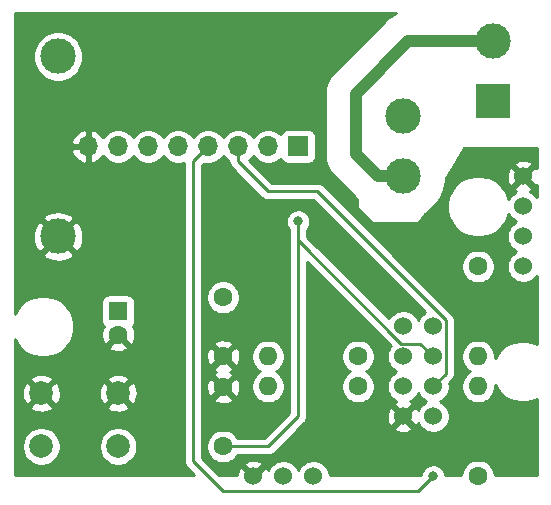
<source format=gbr>
%TF.GenerationSoftware,KiCad,Pcbnew,(5.1.7)-1*%
%TF.CreationDate,2020-12-05T12:34:15+01:00*%
%TF.ProjectId,WiFi-RC-Switch-Bridge_Outlet,57694669-2d52-4432-9d53-77697463682d,rev?*%
%TF.SameCoordinates,Original*%
%TF.FileFunction,Copper,L2,Bot*%
%TF.FilePolarity,Positive*%
%FSLAX46Y46*%
G04 Gerber Fmt 4.6, Leading zero omitted, Abs format (unit mm)*
G04 Created by KiCad (PCBNEW (5.1.7)-1) date 2020-12-05 12:34:15*
%MOMM*%
%LPD*%
G01*
G04 APERTURE LIST*
%TA.AperFunction,ComponentPad*%
%ADD10R,1.600000X1.600000*%
%TD*%
%TA.AperFunction,ComponentPad*%
%ADD11C,1.600000*%
%TD*%
%TA.AperFunction,ComponentPad*%
%ADD12R,3.000000X3.000000*%
%TD*%
%TA.AperFunction,ComponentPad*%
%ADD13C,3.000000*%
%TD*%
%TA.AperFunction,ComponentPad*%
%ADD14R,1.700000X1.700000*%
%TD*%
%TA.AperFunction,ComponentPad*%
%ADD15O,1.700000X1.700000*%
%TD*%
%TA.AperFunction,ComponentPad*%
%ADD16O,1.600000X1.600000*%
%TD*%
%TA.AperFunction,ComponentPad*%
%ADD17C,2.000000*%
%TD*%
%TA.AperFunction,ComponentPad*%
%ADD18C,1.524000*%
%TD*%
%TA.AperFunction,ViaPad*%
%ADD19C,0.800000*%
%TD*%
%TA.AperFunction,Conductor*%
%ADD20C,0.250000*%
%TD*%
%TA.AperFunction,Conductor*%
%ADD21C,1.000000*%
%TD*%
%TA.AperFunction,Conductor*%
%ADD22C,0.254000*%
%TD*%
%TA.AperFunction,Conductor*%
%ADD23C,0.100000*%
%TD*%
G04 APERTURE END LIST*
D10*
%TO.P,C1,1*%
%TO.N,+3V3*%
X123190000Y-119380000D03*
D11*
%TO.P,C1,2*%
%TO.N,GND*%
X123190000Y-121380000D03*
%TD*%
%TO.P,C2,1*%
%TO.N,GND*%
X132080000Y-123190000D03*
%TO.P,C2,2*%
%TO.N,+3V3*%
X132080000Y-118190000D03*
%TD*%
%TO.P,C3,2*%
%TO.N,GND*%
X132080000Y-125810000D03*
%TO.P,C3,1*%
%TO.N,RST*%
X132080000Y-130810000D03*
%TD*%
D12*
%TO.P,J1,1*%
%TO.N,Net-(J1-Pad1)*%
X154940000Y-101600000D03*
D13*
%TO.P,J1,2*%
%TO.N,Net-(J1-Pad2)*%
X154940000Y-96520000D03*
%TD*%
D14*
%TO.P,J2,1*%
%TO.N,+3V3*%
X138430000Y-105410000D03*
D15*
%TO.P,J2,2*%
%TO.N,RST*%
X135890000Y-105410000D03*
%TO.P,J2,3*%
%TO.N,EN*%
X133350000Y-105410000D03*
%TO.P,J2,4*%
%TO.N,TX*%
X130810000Y-105410000D03*
%TO.P,J2,5*%
%TO.N,RX*%
X128270000Y-105410000D03*
%TO.P,J2,6*%
%TO.N,IO0*%
X125730000Y-105410000D03*
%TO.P,J2,7*%
%TO.N,IO2*%
X123190000Y-105410000D03*
%TO.P,J2,8*%
%TO.N,GND*%
X120650000Y-105410000D03*
%TD*%
D13*
%TO.P,PSU1,1*%
%TO.N,Net-(J1-Pad2)*%
X147320000Y-107950000D03*
%TO.P,PSU1,2*%
%TO.N,Net-(J1-Pad1)*%
X147320000Y-102870000D03*
%TO.P,PSU1,3*%
%TO.N,GND*%
X118110000Y-113030000D03*
%TO.P,PSU1,4*%
%TO.N,+3V3*%
X118110000Y-97790000D03*
%TD*%
D11*
%TO.P,R1,1*%
%TO.N,IO0*%
X143510000Y-123190000D03*
D16*
%TO.P,R1,2*%
%TO.N,+3V3*%
X135890000Y-123190000D03*
%TD*%
%TO.P,R2,2*%
%TO.N,+3V3*%
X135890000Y-125730000D03*
D11*
%TO.P,R2,1*%
%TO.N,IO2*%
X143510000Y-125730000D03*
%TD*%
%TO.P,R3,1*%
%TO.N,+3V3*%
X153670000Y-115570000D03*
D16*
%TO.P,R3,2*%
%TO.N,RST*%
X153670000Y-123190000D03*
%TD*%
%TO.P,R4,2*%
%TO.N,EN*%
X153670000Y-125730000D03*
D11*
%TO.P,R4,1*%
%TO.N,+3V3*%
X153670000Y-133350000D03*
%TD*%
D17*
%TO.P,SW1,2*%
%TO.N,GND*%
X123190000Y-126310000D03*
%TO.P,SW1,1*%
%TO.N,RST*%
X123190000Y-130810000D03*
%TO.P,SW1,2*%
%TO.N,GND*%
X116690000Y-126310000D03*
%TO.P,SW1,1*%
%TO.N,RST*%
X116690000Y-130810000D03*
%TD*%
D18*
%TO.P,U1,3*%
%TO.N,RST*%
X149860000Y-123190000D03*
%TO.P,U1,2*%
%TO.N,EN*%
X149860000Y-125730000D03*
%TO.P,U1,4*%
%TO.N,+3V3*%
X149860000Y-120650000D03*
%TO.P,U1,1*%
%TO.N,TX*%
X149860000Y-128270000D03*
%TO.P,U1,5*%
%TO.N,GND*%
X147320000Y-128270000D03*
%TO.P,U1,6*%
%TO.N,IO2*%
X147320000Y-125730000D03*
%TO.P,U1,7*%
%TO.N,IO0*%
X147320000Y-123190000D03*
%TO.P,U1,8*%
%TO.N,RX*%
X147320000Y-120650000D03*
%TD*%
%TO.P,U2,2*%
%TO.N,+3V3*%
X137160000Y-133350000D03*
%TO.P,U2,3*%
%TO.N,IO2*%
X139700000Y-133350000D03*
%TO.P,U2,1*%
%TO.N,GND*%
X134620000Y-133350000D03*
%TD*%
%TO.P,U3,1*%
%TO.N,GND*%
X157480000Y-107950000D03*
%TO.P,U3,2*%
%TO.N,IO0*%
X157480000Y-110490000D03*
%TO.P,U3,3*%
X157480000Y-113030000D03*
%TO.P,U3,4*%
%TO.N,+3V3*%
X157480000Y-115570000D03*
%TD*%
D19*
%TO.N,RST*%
X138430000Y-111760000D03*
%TO.N,TX*%
X149860000Y-133350000D03*
%TD*%
D20*
%TO.N,RST*%
X148772999Y-122102999D02*
X147164237Y-122102999D01*
X147164237Y-122102999D02*
X138430000Y-113368762D01*
X149860000Y-123190000D02*
X148772999Y-122102999D01*
X138430000Y-113368762D02*
X138430000Y-111760000D01*
X138430000Y-113368762D02*
X138430000Y-128270000D01*
X135890000Y-130810000D02*
X132080000Y-130810000D01*
X138430000Y-128270000D02*
X135890000Y-130810000D01*
D21*
%TO.N,Net-(J1-Pad2)*%
X147749998Y-96520000D02*
X154940000Y-96520000D01*
X143319999Y-106071319D02*
X143319999Y-100949999D01*
X143319999Y-100949999D02*
X147749998Y-96520000D01*
X145198680Y-107950000D02*
X143319999Y-106071319D01*
X147320000Y-107950000D02*
X145198680Y-107950000D01*
D20*
%TO.N,EN*%
X133350000Y-106680000D02*
X133350000Y-105410000D01*
X135890000Y-109220000D02*
X133350000Y-106680000D01*
X140038762Y-109220000D02*
X135890000Y-109220000D01*
X150947001Y-120128239D02*
X140038762Y-109220000D01*
X150947001Y-124642999D02*
X150947001Y-120128239D01*
X149860000Y-125730000D02*
X150947001Y-124642999D01*
%TO.N,TX*%
X130810000Y-105410000D02*
X129540000Y-106680000D01*
X129540000Y-106680000D02*
X129540000Y-132080000D01*
X129540000Y-132080000D02*
X132080000Y-134620000D01*
X132080000Y-134620000D02*
X148590000Y-134620000D01*
X148590000Y-134620000D02*
X149860000Y-133350000D01*
X149860000Y-133350000D02*
X149860000Y-133350000D01*
%TD*%
D22*
%TO.N,GND*%
X146283453Y-94325161D02*
X146124751Y-94455405D01*
X145883441Y-94653443D01*
X145801177Y-94753682D01*
X141553682Y-99001178D01*
X141453443Y-99083442D01*
X141371179Y-99183681D01*
X141125161Y-99483455D01*
X140881226Y-99939826D01*
X140731011Y-100435017D01*
X140680289Y-100949999D01*
X140693000Y-101079054D01*
X140692999Y-105942273D01*
X140680289Y-106071319D01*
X140692999Y-106200364D01*
X140692999Y-106200366D01*
X140731010Y-106586300D01*
X140881225Y-107081491D01*
X141125160Y-107537862D01*
X141453442Y-107937876D01*
X141553686Y-108020144D01*
X143249859Y-109716318D01*
X143332123Y-109816557D01*
X143383000Y-109858311D01*
X143383000Y-110490000D01*
X143385440Y-110514776D01*
X143392667Y-110538601D01*
X143404403Y-110560557D01*
X143420197Y-110579803D01*
X144690197Y-111849803D01*
X144709443Y-111865597D01*
X144731399Y-111877333D01*
X144755224Y-111884560D01*
X144780000Y-111887000D01*
X148590000Y-111887000D01*
X148620802Y-111883208D01*
X148644247Y-111874832D01*
X148665607Y-111862042D01*
X148684062Y-111845331D01*
X148698902Y-111825341D01*
X149134098Y-111100015D01*
X149632078Y-110767275D01*
X150137275Y-110262078D01*
X150534206Y-109668029D01*
X150807617Y-109007957D01*
X150947000Y-108307228D01*
X150947000Y-108078511D01*
X151603445Y-106984435D01*
X156694040Y-106984435D01*
X157480000Y-107770395D01*
X158265960Y-106984435D01*
X158198980Y-106744344D01*
X157949952Y-106627244D01*
X157682865Y-106560977D01*
X157407983Y-106548090D01*
X157135867Y-106589078D01*
X156876977Y-106682364D01*
X156761020Y-106744344D01*
X156694040Y-106984435D01*
X151603445Y-106984435D01*
X152471907Y-105537000D01*
X158623000Y-105537000D01*
X158623000Y-107213540D01*
X158445565Y-107164040D01*
X157659605Y-107950000D01*
X158445565Y-108735960D01*
X158623000Y-108686460D01*
X158623000Y-109686088D01*
X158565120Y-109599465D01*
X158370535Y-109404880D01*
X158141727Y-109251995D01*
X158070057Y-109222308D01*
X158083023Y-109217636D01*
X158198980Y-109155656D01*
X158265960Y-108915565D01*
X157480000Y-108129605D01*
X156694040Y-108915565D01*
X156761020Y-109155656D01*
X156896760Y-109219485D01*
X156818273Y-109251995D01*
X156589465Y-109404880D01*
X156394880Y-109599465D01*
X156241995Y-109828273D01*
X156221772Y-109877096D01*
X156191538Y-109725100D01*
X155993863Y-109247870D01*
X155706883Y-108818374D01*
X155341626Y-108453117D01*
X154912130Y-108166137D01*
X154564194Y-108022017D01*
X156078090Y-108022017D01*
X156119078Y-108294133D01*
X156212364Y-108553023D01*
X156274344Y-108668980D01*
X156514435Y-108735960D01*
X157300395Y-107950000D01*
X156514435Y-107164040D01*
X156274344Y-107231020D01*
X156157244Y-107480048D01*
X156090977Y-107747135D01*
X156078090Y-108022017D01*
X154564194Y-108022017D01*
X154434900Y-107968462D01*
X153928275Y-107867688D01*
X153411725Y-107867688D01*
X152905100Y-107968462D01*
X152427870Y-108166137D01*
X151998374Y-108453117D01*
X151633117Y-108818374D01*
X151346137Y-109247870D01*
X151148462Y-109725100D01*
X151047688Y-110231725D01*
X151047688Y-110748275D01*
X151148462Y-111254900D01*
X151346137Y-111732130D01*
X151633117Y-112161626D01*
X151998374Y-112526883D01*
X152427870Y-112813863D01*
X152905100Y-113011538D01*
X153411725Y-113112312D01*
X153928275Y-113112312D01*
X154434900Y-113011538D01*
X154912130Y-112813863D01*
X155341626Y-112526883D01*
X155706883Y-112161626D01*
X155993863Y-111732130D01*
X156191538Y-111254900D01*
X156221772Y-111102904D01*
X156241995Y-111151727D01*
X156394880Y-111380535D01*
X156589465Y-111575120D01*
X156818273Y-111728005D01*
X156895515Y-111760000D01*
X156818273Y-111791995D01*
X156589465Y-111944880D01*
X156394880Y-112139465D01*
X156241995Y-112368273D01*
X156136686Y-112622510D01*
X156083000Y-112892408D01*
X156083000Y-113167592D01*
X156136686Y-113437490D01*
X156241995Y-113691727D01*
X156394880Y-113920535D01*
X156589465Y-114115120D01*
X156818273Y-114268005D01*
X156895515Y-114300000D01*
X156818273Y-114331995D01*
X156589465Y-114484880D01*
X156394880Y-114679465D01*
X156241995Y-114908273D01*
X156136686Y-115162510D01*
X156083000Y-115432408D01*
X156083000Y-115707592D01*
X156136686Y-115977490D01*
X156241995Y-116231727D01*
X156394880Y-116460535D01*
X156589465Y-116655120D01*
X156818273Y-116808005D01*
X157072510Y-116913314D01*
X157342408Y-116967000D01*
X157617592Y-116967000D01*
X157887490Y-116913314D01*
X158141727Y-116808005D01*
X158370535Y-116655120D01*
X158565120Y-116460535D01*
X158623000Y-116373912D01*
X158623000Y-122095076D01*
X158244900Y-121938462D01*
X157738275Y-121837688D01*
X157221725Y-121837688D01*
X156715100Y-121938462D01*
X156237870Y-122136137D01*
X155808374Y-122423117D01*
X155443117Y-122788374D01*
X155156137Y-123217870D01*
X155101177Y-123350556D01*
X155105000Y-123331335D01*
X155105000Y-123048665D01*
X155049853Y-122771426D01*
X154941680Y-122510273D01*
X154784637Y-122275241D01*
X154584759Y-122075363D01*
X154349727Y-121918320D01*
X154088574Y-121810147D01*
X153811335Y-121755000D01*
X153528665Y-121755000D01*
X153251426Y-121810147D01*
X152990273Y-121918320D01*
X152755241Y-122075363D01*
X152555363Y-122275241D01*
X152398320Y-122510273D01*
X152290147Y-122771426D01*
X152235000Y-123048665D01*
X152235000Y-123331335D01*
X152290147Y-123608574D01*
X152398320Y-123869727D01*
X152555363Y-124104759D01*
X152755241Y-124304637D01*
X152987759Y-124460000D01*
X152755241Y-124615363D01*
X152555363Y-124815241D01*
X152398320Y-125050273D01*
X152290147Y-125311426D01*
X152235000Y-125588665D01*
X152235000Y-125871335D01*
X152290147Y-126148574D01*
X152398320Y-126409727D01*
X152555363Y-126644759D01*
X152755241Y-126844637D01*
X152990273Y-127001680D01*
X153251426Y-127109853D01*
X153528665Y-127165000D01*
X153811335Y-127165000D01*
X154088574Y-127109853D01*
X154349727Y-127001680D01*
X154584759Y-126844637D01*
X154784637Y-126644759D01*
X154941680Y-126409727D01*
X155049853Y-126148574D01*
X155105000Y-125871335D01*
X155105000Y-125588665D01*
X155101177Y-125569444D01*
X155156137Y-125702130D01*
X155443117Y-126131626D01*
X155808374Y-126496883D01*
X156237870Y-126783863D01*
X156715100Y-126981538D01*
X157221725Y-127082312D01*
X157738275Y-127082312D01*
X158244900Y-126981538D01*
X158623000Y-126824924D01*
X158623000Y-133223000D01*
X155105000Y-133223000D01*
X155105000Y-133208665D01*
X155049853Y-132931426D01*
X154941680Y-132670273D01*
X154784637Y-132435241D01*
X154584759Y-132235363D01*
X154349727Y-132078320D01*
X154088574Y-131970147D01*
X153811335Y-131915000D01*
X153528665Y-131915000D01*
X153251426Y-131970147D01*
X152990273Y-132078320D01*
X152755241Y-132235363D01*
X152555363Y-132435241D01*
X152398320Y-132670273D01*
X152290147Y-132931426D01*
X152235000Y-133208665D01*
X152235000Y-133223000D01*
X150890015Y-133223000D01*
X150855226Y-133048102D01*
X150777205Y-132859744D01*
X150663937Y-132690226D01*
X150519774Y-132546063D01*
X150350256Y-132432795D01*
X150161898Y-132354774D01*
X149961939Y-132315000D01*
X149758061Y-132315000D01*
X149558102Y-132354774D01*
X149369744Y-132432795D01*
X149200226Y-132546063D01*
X149056063Y-132690226D01*
X148942795Y-132859744D01*
X148864774Y-133048102D01*
X148829985Y-133223000D01*
X141097000Y-133223000D01*
X141097000Y-133212408D01*
X141043314Y-132942510D01*
X140938005Y-132688273D01*
X140785120Y-132459465D01*
X140590535Y-132264880D01*
X140361727Y-132111995D01*
X140107490Y-132006686D01*
X139837592Y-131953000D01*
X139562408Y-131953000D01*
X139292510Y-132006686D01*
X139038273Y-132111995D01*
X138809465Y-132264880D01*
X138614880Y-132459465D01*
X138461995Y-132688273D01*
X138430000Y-132765515D01*
X138398005Y-132688273D01*
X138245120Y-132459465D01*
X138050535Y-132264880D01*
X137821727Y-132111995D01*
X137567490Y-132006686D01*
X137297592Y-131953000D01*
X137022408Y-131953000D01*
X136752510Y-132006686D01*
X136498273Y-132111995D01*
X136269465Y-132264880D01*
X136074880Y-132459465D01*
X135921995Y-132688273D01*
X135892308Y-132759943D01*
X135887636Y-132746977D01*
X135825656Y-132631020D01*
X135585565Y-132564040D01*
X134926605Y-133223000D01*
X134313395Y-133223000D01*
X133654435Y-132564040D01*
X133414344Y-132631020D01*
X133297244Y-132880048D01*
X133230977Y-133147135D01*
X133227420Y-133223000D01*
X131757802Y-133223000D01*
X130919237Y-132384435D01*
X133834040Y-132384435D01*
X134620000Y-133170395D01*
X135405960Y-132384435D01*
X135338980Y-132144344D01*
X135089952Y-132027244D01*
X134822865Y-131960977D01*
X134547983Y-131948090D01*
X134275867Y-131989078D01*
X134016977Y-132082364D01*
X133901020Y-132144344D01*
X133834040Y-132384435D01*
X130919237Y-132384435D01*
X130300000Y-131765199D01*
X130300000Y-126802702D01*
X131266903Y-126802702D01*
X131338486Y-127046671D01*
X131593996Y-127167571D01*
X131868184Y-127236300D01*
X132150512Y-127250217D01*
X132430130Y-127208787D01*
X132696292Y-127113603D01*
X132821514Y-127046671D01*
X132893097Y-126802702D01*
X132080000Y-125989605D01*
X131266903Y-126802702D01*
X130300000Y-126802702D01*
X130300000Y-125880512D01*
X130639783Y-125880512D01*
X130681213Y-126160130D01*
X130776397Y-126426292D01*
X130843329Y-126551514D01*
X131087298Y-126623097D01*
X131900395Y-125810000D01*
X132259605Y-125810000D01*
X133072702Y-126623097D01*
X133316671Y-126551514D01*
X133437571Y-126296004D01*
X133506300Y-126021816D01*
X133520217Y-125739488D01*
X133478787Y-125459870D01*
X133383603Y-125193708D01*
X133316671Y-125068486D01*
X133072702Y-124996903D01*
X132259605Y-125810000D01*
X131900395Y-125810000D01*
X131087298Y-124996903D01*
X130843329Y-125068486D01*
X130722429Y-125323996D01*
X130653700Y-125598184D01*
X130639783Y-125880512D01*
X130300000Y-125880512D01*
X130300000Y-124182702D01*
X131266903Y-124182702D01*
X131338486Y-124426671D01*
X131488353Y-124497584D01*
X131463708Y-124506397D01*
X131338486Y-124573329D01*
X131266903Y-124817298D01*
X132080000Y-125630395D01*
X132893097Y-124817298D01*
X132821514Y-124573329D01*
X132671647Y-124502416D01*
X132696292Y-124493603D01*
X132821514Y-124426671D01*
X132893097Y-124182702D01*
X132080000Y-123369605D01*
X131266903Y-124182702D01*
X130300000Y-124182702D01*
X130300000Y-123260512D01*
X130639783Y-123260512D01*
X130681213Y-123540130D01*
X130776397Y-123806292D01*
X130843329Y-123931514D01*
X131087298Y-124003097D01*
X131900395Y-123190000D01*
X132259605Y-123190000D01*
X133072702Y-124003097D01*
X133316671Y-123931514D01*
X133437571Y-123676004D01*
X133506300Y-123401816D01*
X133520217Y-123119488D01*
X133509724Y-123048665D01*
X134455000Y-123048665D01*
X134455000Y-123331335D01*
X134510147Y-123608574D01*
X134618320Y-123869727D01*
X134775363Y-124104759D01*
X134975241Y-124304637D01*
X135207759Y-124460000D01*
X134975241Y-124615363D01*
X134775363Y-124815241D01*
X134618320Y-125050273D01*
X134510147Y-125311426D01*
X134455000Y-125588665D01*
X134455000Y-125871335D01*
X134510147Y-126148574D01*
X134618320Y-126409727D01*
X134775363Y-126644759D01*
X134975241Y-126844637D01*
X135210273Y-127001680D01*
X135471426Y-127109853D01*
X135748665Y-127165000D01*
X136031335Y-127165000D01*
X136308574Y-127109853D01*
X136569727Y-127001680D01*
X136804759Y-126844637D01*
X137004637Y-126644759D01*
X137161680Y-126409727D01*
X137269853Y-126148574D01*
X137325000Y-125871335D01*
X137325000Y-125588665D01*
X137269853Y-125311426D01*
X137161680Y-125050273D01*
X137004637Y-124815241D01*
X136804759Y-124615363D01*
X136572241Y-124460000D01*
X136804759Y-124304637D01*
X137004637Y-124104759D01*
X137161680Y-123869727D01*
X137269853Y-123608574D01*
X137325000Y-123331335D01*
X137325000Y-123048665D01*
X137269853Y-122771426D01*
X137161680Y-122510273D01*
X137004637Y-122275241D01*
X136804759Y-122075363D01*
X136569727Y-121918320D01*
X136308574Y-121810147D01*
X136031335Y-121755000D01*
X135748665Y-121755000D01*
X135471426Y-121810147D01*
X135210273Y-121918320D01*
X134975241Y-122075363D01*
X134775363Y-122275241D01*
X134618320Y-122510273D01*
X134510147Y-122771426D01*
X134455000Y-123048665D01*
X133509724Y-123048665D01*
X133478787Y-122839870D01*
X133383603Y-122573708D01*
X133316671Y-122448486D01*
X133072702Y-122376903D01*
X132259605Y-123190000D01*
X131900395Y-123190000D01*
X131087298Y-122376903D01*
X130843329Y-122448486D01*
X130722429Y-122703996D01*
X130653700Y-122978184D01*
X130639783Y-123260512D01*
X130300000Y-123260512D01*
X130300000Y-122197298D01*
X131266903Y-122197298D01*
X132080000Y-123010395D01*
X132893097Y-122197298D01*
X132821514Y-121953329D01*
X132566004Y-121832429D01*
X132291816Y-121763700D01*
X132009488Y-121749783D01*
X131729870Y-121791213D01*
X131463708Y-121886397D01*
X131338486Y-121953329D01*
X131266903Y-122197298D01*
X130300000Y-122197298D01*
X130300000Y-118048665D01*
X130645000Y-118048665D01*
X130645000Y-118331335D01*
X130700147Y-118608574D01*
X130808320Y-118869727D01*
X130965363Y-119104759D01*
X131165241Y-119304637D01*
X131400273Y-119461680D01*
X131661426Y-119569853D01*
X131938665Y-119625000D01*
X132221335Y-119625000D01*
X132498574Y-119569853D01*
X132759727Y-119461680D01*
X132994759Y-119304637D01*
X133194637Y-119104759D01*
X133351680Y-118869727D01*
X133459853Y-118608574D01*
X133515000Y-118331335D01*
X133515000Y-118048665D01*
X133459853Y-117771426D01*
X133351680Y-117510273D01*
X133194637Y-117275241D01*
X132994759Y-117075363D01*
X132759727Y-116918320D01*
X132498574Y-116810147D01*
X132221335Y-116755000D01*
X131938665Y-116755000D01*
X131661426Y-116810147D01*
X131400273Y-116918320D01*
X131165241Y-117075363D01*
X130965363Y-117275241D01*
X130808320Y-117510273D01*
X130700147Y-117771426D01*
X130645000Y-118048665D01*
X130300000Y-118048665D01*
X130300000Y-106994801D01*
X130443592Y-106851209D01*
X130663740Y-106895000D01*
X130956260Y-106895000D01*
X131243158Y-106837932D01*
X131513411Y-106725990D01*
X131756632Y-106563475D01*
X131963475Y-106356632D01*
X132080000Y-106182240D01*
X132196525Y-106356632D01*
X132403368Y-106563475D01*
X132586927Y-106686125D01*
X132590000Y-106717322D01*
X132590000Y-106717332D01*
X132600997Y-106828985D01*
X132621954Y-106898072D01*
X132644454Y-106972246D01*
X132715026Y-107104276D01*
X132754871Y-107152826D01*
X132809999Y-107220001D01*
X132839003Y-107243804D01*
X135326205Y-109731008D01*
X135349999Y-109760001D01*
X135378992Y-109783795D01*
X135378996Y-109783799D01*
X135449685Y-109841811D01*
X135465724Y-109854974D01*
X135597753Y-109925546D01*
X135741014Y-109969003D01*
X135852667Y-109980000D01*
X135852676Y-109980000D01*
X135889999Y-109983676D01*
X135927322Y-109980000D01*
X139723961Y-109980000D01*
X149172905Y-119428945D01*
X148969465Y-119564880D01*
X148774880Y-119759465D01*
X148621995Y-119988273D01*
X148590000Y-120065515D01*
X148558005Y-119988273D01*
X148405120Y-119759465D01*
X148210535Y-119564880D01*
X147981727Y-119411995D01*
X147727490Y-119306686D01*
X147457592Y-119253000D01*
X147182408Y-119253000D01*
X146912510Y-119306686D01*
X146658273Y-119411995D01*
X146429465Y-119564880D01*
X146234880Y-119759465D01*
X146098945Y-119962905D01*
X139190000Y-113053961D01*
X139190000Y-112463711D01*
X139233937Y-112419774D01*
X139347205Y-112250256D01*
X139425226Y-112061898D01*
X139465000Y-111861939D01*
X139465000Y-111658061D01*
X139425226Y-111458102D01*
X139347205Y-111269744D01*
X139233937Y-111100226D01*
X139089774Y-110956063D01*
X138920256Y-110842795D01*
X138731898Y-110764774D01*
X138531939Y-110725000D01*
X138328061Y-110725000D01*
X138128102Y-110764774D01*
X137939744Y-110842795D01*
X137770226Y-110956063D01*
X137626063Y-111100226D01*
X137512795Y-111269744D01*
X137434774Y-111458102D01*
X137395000Y-111658061D01*
X137395000Y-111861939D01*
X137434774Y-112061898D01*
X137512795Y-112250256D01*
X137626063Y-112419774D01*
X137670001Y-112463712D01*
X137670000Y-113331429D01*
X137670000Y-113331440D01*
X137666324Y-113368762D01*
X137670000Y-113406084D01*
X137670001Y-127955196D01*
X135575199Y-130050000D01*
X133298043Y-130050000D01*
X133194637Y-129895241D01*
X132994759Y-129695363D01*
X132759727Y-129538320D01*
X132498574Y-129430147D01*
X132221335Y-129375000D01*
X131938665Y-129375000D01*
X131661426Y-129430147D01*
X131400273Y-129538320D01*
X131165241Y-129695363D01*
X130965363Y-129895241D01*
X130808320Y-130130273D01*
X130700147Y-130391426D01*
X130645000Y-130668665D01*
X130645000Y-130951335D01*
X130700147Y-131228574D01*
X130808320Y-131489727D01*
X130965363Y-131724759D01*
X131165241Y-131924637D01*
X131400273Y-132081680D01*
X131661426Y-132189853D01*
X131938665Y-132245000D01*
X132221335Y-132245000D01*
X132498574Y-132189853D01*
X132759727Y-132081680D01*
X132994759Y-131924637D01*
X133194637Y-131724759D01*
X133298043Y-131570000D01*
X135852678Y-131570000D01*
X135890000Y-131573676D01*
X135927322Y-131570000D01*
X135927333Y-131570000D01*
X136038986Y-131559003D01*
X136182247Y-131515546D01*
X136314276Y-131444974D01*
X136430001Y-131350001D01*
X136453804Y-131320997D01*
X138539237Y-129235565D01*
X146534040Y-129235565D01*
X146601020Y-129475656D01*
X146850048Y-129592756D01*
X147117135Y-129659023D01*
X147392017Y-129671910D01*
X147664133Y-129630922D01*
X147923023Y-129537636D01*
X148038980Y-129475656D01*
X148105960Y-129235565D01*
X147320000Y-128449605D01*
X146534040Y-129235565D01*
X138539237Y-129235565D01*
X138941008Y-128833795D01*
X138970001Y-128810001D01*
X138993795Y-128781008D01*
X138993799Y-128781004D01*
X139064973Y-128694277D01*
X139073946Y-128677490D01*
X139135546Y-128562247D01*
X139179003Y-128418986D01*
X139186583Y-128342017D01*
X145918090Y-128342017D01*
X145959078Y-128614133D01*
X146052364Y-128873023D01*
X146114344Y-128988980D01*
X146354435Y-129055960D01*
X147140395Y-128270000D01*
X146354435Y-127484040D01*
X146114344Y-127551020D01*
X145997244Y-127800048D01*
X145930977Y-128067135D01*
X145918090Y-128342017D01*
X139186583Y-128342017D01*
X139190000Y-128307333D01*
X139190000Y-128307324D01*
X139193676Y-128270001D01*
X139190000Y-128232678D01*
X139190000Y-123048665D01*
X142075000Y-123048665D01*
X142075000Y-123331335D01*
X142130147Y-123608574D01*
X142238320Y-123869727D01*
X142395363Y-124104759D01*
X142595241Y-124304637D01*
X142827759Y-124460000D01*
X142595241Y-124615363D01*
X142395363Y-124815241D01*
X142238320Y-125050273D01*
X142130147Y-125311426D01*
X142075000Y-125588665D01*
X142075000Y-125871335D01*
X142130147Y-126148574D01*
X142238320Y-126409727D01*
X142395363Y-126644759D01*
X142595241Y-126844637D01*
X142830273Y-127001680D01*
X143091426Y-127109853D01*
X143368665Y-127165000D01*
X143651335Y-127165000D01*
X143928574Y-127109853D01*
X144189727Y-127001680D01*
X144424759Y-126844637D01*
X144624637Y-126644759D01*
X144781680Y-126409727D01*
X144889853Y-126148574D01*
X144945000Y-125871335D01*
X144945000Y-125588665D01*
X144889853Y-125311426D01*
X144781680Y-125050273D01*
X144624637Y-124815241D01*
X144424759Y-124615363D01*
X144192241Y-124460000D01*
X144424759Y-124304637D01*
X144624637Y-124104759D01*
X144781680Y-123869727D01*
X144889853Y-123608574D01*
X144945000Y-123331335D01*
X144945000Y-123048665D01*
X144889853Y-122771426D01*
X144781680Y-122510273D01*
X144624637Y-122275241D01*
X144424759Y-122075363D01*
X144189727Y-121918320D01*
X143928574Y-121810147D01*
X143651335Y-121755000D01*
X143368665Y-121755000D01*
X143091426Y-121810147D01*
X142830273Y-121918320D01*
X142595241Y-122075363D01*
X142395363Y-122275241D01*
X142238320Y-122510273D01*
X142130147Y-122771426D01*
X142075000Y-123048665D01*
X139190000Y-123048665D01*
X139190000Y-115203563D01*
X146260390Y-122273955D01*
X146234880Y-122299465D01*
X146081995Y-122528273D01*
X145976686Y-122782510D01*
X145923000Y-123052408D01*
X145923000Y-123327592D01*
X145976686Y-123597490D01*
X146081995Y-123851727D01*
X146234880Y-124080535D01*
X146429465Y-124275120D01*
X146658273Y-124428005D01*
X146735515Y-124460000D01*
X146658273Y-124491995D01*
X146429465Y-124644880D01*
X146234880Y-124839465D01*
X146081995Y-125068273D01*
X145976686Y-125322510D01*
X145923000Y-125592408D01*
X145923000Y-125867592D01*
X145976686Y-126137490D01*
X146081995Y-126391727D01*
X146234880Y-126620535D01*
X146429465Y-126815120D01*
X146658273Y-126968005D01*
X146729943Y-126997692D01*
X146716977Y-127002364D01*
X146601020Y-127064344D01*
X146534040Y-127304435D01*
X147320000Y-128090395D01*
X148105960Y-127304435D01*
X148038980Y-127064344D01*
X147903240Y-127000515D01*
X147981727Y-126968005D01*
X148210535Y-126815120D01*
X148405120Y-126620535D01*
X148558005Y-126391727D01*
X148590000Y-126314485D01*
X148621995Y-126391727D01*
X148774880Y-126620535D01*
X148969465Y-126815120D01*
X149198273Y-126968005D01*
X149275515Y-127000000D01*
X149198273Y-127031995D01*
X148969465Y-127184880D01*
X148774880Y-127379465D01*
X148621995Y-127608273D01*
X148592308Y-127679943D01*
X148587636Y-127666977D01*
X148525656Y-127551020D01*
X148285565Y-127484040D01*
X147499605Y-128270000D01*
X148285565Y-129055960D01*
X148525656Y-128988980D01*
X148589485Y-128853240D01*
X148621995Y-128931727D01*
X148774880Y-129160535D01*
X148969465Y-129355120D01*
X149198273Y-129508005D01*
X149452510Y-129613314D01*
X149722408Y-129667000D01*
X149997592Y-129667000D01*
X150267490Y-129613314D01*
X150521727Y-129508005D01*
X150750535Y-129355120D01*
X150945120Y-129160535D01*
X151098005Y-128931727D01*
X151203314Y-128677490D01*
X151257000Y-128407592D01*
X151257000Y-128132408D01*
X151203314Y-127862510D01*
X151098005Y-127608273D01*
X150945120Y-127379465D01*
X150750535Y-127184880D01*
X150521727Y-127031995D01*
X150444485Y-127000000D01*
X150521727Y-126968005D01*
X150750535Y-126815120D01*
X150945120Y-126620535D01*
X151098005Y-126391727D01*
X151203314Y-126137490D01*
X151257000Y-125867592D01*
X151257000Y-125592408D01*
X151226372Y-125438430D01*
X151458005Y-125206797D01*
X151487002Y-125183000D01*
X151581975Y-125067275D01*
X151652547Y-124935246D01*
X151696004Y-124791985D01*
X151707001Y-124680332D01*
X151707001Y-124680331D01*
X151710678Y-124642999D01*
X151707001Y-124605666D01*
X151707001Y-120165572D01*
X151710678Y-120128239D01*
X151696004Y-119979253D01*
X151652547Y-119835992D01*
X151581975Y-119703963D01*
X151510800Y-119617236D01*
X151487002Y-119588238D01*
X151458004Y-119564440D01*
X147322229Y-115428665D01*
X152235000Y-115428665D01*
X152235000Y-115711335D01*
X152290147Y-115988574D01*
X152398320Y-116249727D01*
X152555363Y-116484759D01*
X152755241Y-116684637D01*
X152990273Y-116841680D01*
X153251426Y-116949853D01*
X153528665Y-117005000D01*
X153811335Y-117005000D01*
X154088574Y-116949853D01*
X154349727Y-116841680D01*
X154584759Y-116684637D01*
X154784637Y-116484759D01*
X154941680Y-116249727D01*
X155049853Y-115988574D01*
X155105000Y-115711335D01*
X155105000Y-115428665D01*
X155049853Y-115151426D01*
X154941680Y-114890273D01*
X154784637Y-114655241D01*
X154584759Y-114455363D01*
X154349727Y-114298320D01*
X154088574Y-114190147D01*
X153811335Y-114135000D01*
X153528665Y-114135000D01*
X153251426Y-114190147D01*
X152990273Y-114298320D01*
X152755241Y-114455363D01*
X152555363Y-114655241D01*
X152398320Y-114890273D01*
X152290147Y-115151426D01*
X152235000Y-115428665D01*
X147322229Y-115428665D01*
X140602566Y-108709003D01*
X140578763Y-108679999D01*
X140463038Y-108585026D01*
X140331009Y-108514454D01*
X140187748Y-108470997D01*
X140076095Y-108460000D01*
X140076084Y-108460000D01*
X140038762Y-108456324D01*
X140001440Y-108460000D01*
X136204803Y-108460000D01*
X134302454Y-106557653D01*
X134503475Y-106356632D01*
X134620000Y-106182240D01*
X134736525Y-106356632D01*
X134943368Y-106563475D01*
X135186589Y-106725990D01*
X135456842Y-106837932D01*
X135743740Y-106895000D01*
X136036260Y-106895000D01*
X136323158Y-106837932D01*
X136593411Y-106725990D01*
X136836632Y-106563475D01*
X136968487Y-106431620D01*
X136990498Y-106504180D01*
X137049463Y-106614494D01*
X137128815Y-106711185D01*
X137225506Y-106790537D01*
X137335820Y-106849502D01*
X137455518Y-106885812D01*
X137580000Y-106898072D01*
X139280000Y-106898072D01*
X139404482Y-106885812D01*
X139524180Y-106849502D01*
X139634494Y-106790537D01*
X139731185Y-106711185D01*
X139810537Y-106614494D01*
X139869502Y-106504180D01*
X139905812Y-106384482D01*
X139918072Y-106260000D01*
X139918072Y-104560000D01*
X139905812Y-104435518D01*
X139869502Y-104315820D01*
X139810537Y-104205506D01*
X139731185Y-104108815D01*
X139634494Y-104029463D01*
X139524180Y-103970498D01*
X139404482Y-103934188D01*
X139280000Y-103921928D01*
X137580000Y-103921928D01*
X137455518Y-103934188D01*
X137335820Y-103970498D01*
X137225506Y-104029463D01*
X137128815Y-104108815D01*
X137049463Y-104205506D01*
X136990498Y-104315820D01*
X136968487Y-104388380D01*
X136836632Y-104256525D01*
X136593411Y-104094010D01*
X136323158Y-103982068D01*
X136036260Y-103925000D01*
X135743740Y-103925000D01*
X135456842Y-103982068D01*
X135186589Y-104094010D01*
X134943368Y-104256525D01*
X134736525Y-104463368D01*
X134620000Y-104637760D01*
X134503475Y-104463368D01*
X134296632Y-104256525D01*
X134053411Y-104094010D01*
X133783158Y-103982068D01*
X133496260Y-103925000D01*
X133203740Y-103925000D01*
X132916842Y-103982068D01*
X132646589Y-104094010D01*
X132403368Y-104256525D01*
X132196525Y-104463368D01*
X132080000Y-104637760D01*
X131963475Y-104463368D01*
X131756632Y-104256525D01*
X131513411Y-104094010D01*
X131243158Y-103982068D01*
X130956260Y-103925000D01*
X130663740Y-103925000D01*
X130376842Y-103982068D01*
X130106589Y-104094010D01*
X129863368Y-104256525D01*
X129656525Y-104463368D01*
X129540000Y-104637760D01*
X129423475Y-104463368D01*
X129216632Y-104256525D01*
X128973411Y-104094010D01*
X128703158Y-103982068D01*
X128416260Y-103925000D01*
X128123740Y-103925000D01*
X127836842Y-103982068D01*
X127566589Y-104094010D01*
X127323368Y-104256525D01*
X127116525Y-104463368D01*
X127000000Y-104637760D01*
X126883475Y-104463368D01*
X126676632Y-104256525D01*
X126433411Y-104094010D01*
X126163158Y-103982068D01*
X125876260Y-103925000D01*
X125583740Y-103925000D01*
X125296842Y-103982068D01*
X125026589Y-104094010D01*
X124783368Y-104256525D01*
X124576525Y-104463368D01*
X124460000Y-104637760D01*
X124343475Y-104463368D01*
X124136632Y-104256525D01*
X123893411Y-104094010D01*
X123623158Y-103982068D01*
X123336260Y-103925000D01*
X123043740Y-103925000D01*
X122756842Y-103982068D01*
X122486589Y-104094010D01*
X122243368Y-104256525D01*
X122036525Y-104463368D01*
X121914805Y-104645534D01*
X121845178Y-104528645D01*
X121650269Y-104312412D01*
X121416920Y-104138359D01*
X121154099Y-104013175D01*
X121006890Y-103968524D01*
X120777000Y-104089845D01*
X120777000Y-105283000D01*
X120797000Y-105283000D01*
X120797000Y-105537000D01*
X120777000Y-105537000D01*
X120777000Y-106730155D01*
X121006890Y-106851476D01*
X121154099Y-106806825D01*
X121416920Y-106681641D01*
X121650269Y-106507588D01*
X121845178Y-106291355D01*
X121914805Y-106174466D01*
X122036525Y-106356632D01*
X122243368Y-106563475D01*
X122486589Y-106725990D01*
X122756842Y-106837932D01*
X123043740Y-106895000D01*
X123336260Y-106895000D01*
X123623158Y-106837932D01*
X123893411Y-106725990D01*
X124136632Y-106563475D01*
X124343475Y-106356632D01*
X124460000Y-106182240D01*
X124576525Y-106356632D01*
X124783368Y-106563475D01*
X125026589Y-106725990D01*
X125296842Y-106837932D01*
X125583740Y-106895000D01*
X125876260Y-106895000D01*
X126163158Y-106837932D01*
X126433411Y-106725990D01*
X126676632Y-106563475D01*
X126883475Y-106356632D01*
X127000000Y-106182240D01*
X127116525Y-106356632D01*
X127323368Y-106563475D01*
X127566589Y-106725990D01*
X127836842Y-106837932D01*
X128123740Y-106895000D01*
X128416260Y-106895000D01*
X128703158Y-106837932D01*
X128780000Y-106806103D01*
X128780001Y-132042667D01*
X128776324Y-132080000D01*
X128780001Y-132117333D01*
X128790998Y-132228986D01*
X128794813Y-132241563D01*
X128834454Y-132372246D01*
X128905026Y-132504276D01*
X128972362Y-132586324D01*
X129000000Y-132620001D01*
X129028998Y-132643799D01*
X129608199Y-133223000D01*
X114427000Y-133223000D01*
X114427000Y-130648967D01*
X115055000Y-130648967D01*
X115055000Y-130971033D01*
X115117832Y-131286912D01*
X115241082Y-131584463D01*
X115420013Y-131852252D01*
X115647748Y-132079987D01*
X115915537Y-132258918D01*
X116213088Y-132382168D01*
X116528967Y-132445000D01*
X116851033Y-132445000D01*
X117166912Y-132382168D01*
X117464463Y-132258918D01*
X117732252Y-132079987D01*
X117959987Y-131852252D01*
X118138918Y-131584463D01*
X118262168Y-131286912D01*
X118325000Y-130971033D01*
X118325000Y-130648967D01*
X121555000Y-130648967D01*
X121555000Y-130971033D01*
X121617832Y-131286912D01*
X121741082Y-131584463D01*
X121920013Y-131852252D01*
X122147748Y-132079987D01*
X122415537Y-132258918D01*
X122713088Y-132382168D01*
X123028967Y-132445000D01*
X123351033Y-132445000D01*
X123666912Y-132382168D01*
X123964463Y-132258918D01*
X124232252Y-132079987D01*
X124459987Y-131852252D01*
X124638918Y-131584463D01*
X124762168Y-131286912D01*
X124825000Y-130971033D01*
X124825000Y-130648967D01*
X124762168Y-130333088D01*
X124638918Y-130035537D01*
X124459987Y-129767748D01*
X124232252Y-129540013D01*
X123964463Y-129361082D01*
X123666912Y-129237832D01*
X123351033Y-129175000D01*
X123028967Y-129175000D01*
X122713088Y-129237832D01*
X122415537Y-129361082D01*
X122147748Y-129540013D01*
X121920013Y-129767748D01*
X121741082Y-130035537D01*
X121617832Y-130333088D01*
X121555000Y-130648967D01*
X118325000Y-130648967D01*
X118262168Y-130333088D01*
X118138918Y-130035537D01*
X117959987Y-129767748D01*
X117732252Y-129540013D01*
X117464463Y-129361082D01*
X117166912Y-129237832D01*
X116851033Y-129175000D01*
X116528967Y-129175000D01*
X116213088Y-129237832D01*
X115915537Y-129361082D01*
X115647748Y-129540013D01*
X115420013Y-129767748D01*
X115241082Y-130035537D01*
X115117832Y-130333088D01*
X115055000Y-130648967D01*
X114427000Y-130648967D01*
X114427000Y-127445413D01*
X115734192Y-127445413D01*
X115829956Y-127709814D01*
X116119571Y-127850704D01*
X116431108Y-127932384D01*
X116752595Y-127951718D01*
X117071675Y-127907961D01*
X117376088Y-127802795D01*
X117550044Y-127709814D01*
X117645808Y-127445413D01*
X122234192Y-127445413D01*
X122329956Y-127709814D01*
X122619571Y-127850704D01*
X122931108Y-127932384D01*
X123252595Y-127951718D01*
X123571675Y-127907961D01*
X123876088Y-127802795D01*
X124050044Y-127709814D01*
X124145808Y-127445413D01*
X123190000Y-126489605D01*
X122234192Y-127445413D01*
X117645808Y-127445413D01*
X116690000Y-126489605D01*
X115734192Y-127445413D01*
X114427000Y-127445413D01*
X114427000Y-126372595D01*
X115048282Y-126372595D01*
X115092039Y-126691675D01*
X115197205Y-126996088D01*
X115290186Y-127170044D01*
X115554587Y-127265808D01*
X116510395Y-126310000D01*
X116869605Y-126310000D01*
X117825413Y-127265808D01*
X118089814Y-127170044D01*
X118230704Y-126880429D01*
X118312384Y-126568892D01*
X118324189Y-126372595D01*
X121548282Y-126372595D01*
X121592039Y-126691675D01*
X121697205Y-126996088D01*
X121790186Y-127170044D01*
X122054587Y-127265808D01*
X123010395Y-126310000D01*
X123369605Y-126310000D01*
X124325413Y-127265808D01*
X124589814Y-127170044D01*
X124730704Y-126880429D01*
X124812384Y-126568892D01*
X124831718Y-126247405D01*
X124787961Y-125928325D01*
X124682795Y-125623912D01*
X124589814Y-125449956D01*
X124325413Y-125354192D01*
X123369605Y-126310000D01*
X123010395Y-126310000D01*
X122054587Y-125354192D01*
X121790186Y-125449956D01*
X121649296Y-125739571D01*
X121567616Y-126051108D01*
X121548282Y-126372595D01*
X118324189Y-126372595D01*
X118331718Y-126247405D01*
X118287961Y-125928325D01*
X118182795Y-125623912D01*
X118089814Y-125449956D01*
X117825413Y-125354192D01*
X116869605Y-126310000D01*
X116510395Y-126310000D01*
X115554587Y-125354192D01*
X115290186Y-125449956D01*
X115149296Y-125739571D01*
X115067616Y-126051108D01*
X115048282Y-126372595D01*
X114427000Y-126372595D01*
X114427000Y-125174587D01*
X115734192Y-125174587D01*
X116690000Y-126130395D01*
X117645808Y-125174587D01*
X122234192Y-125174587D01*
X123190000Y-126130395D01*
X124145808Y-125174587D01*
X124050044Y-124910186D01*
X123760429Y-124769296D01*
X123448892Y-124687616D01*
X123127405Y-124668282D01*
X122808325Y-124712039D01*
X122503912Y-124817205D01*
X122329956Y-124910186D01*
X122234192Y-125174587D01*
X117645808Y-125174587D01*
X117550044Y-124910186D01*
X117260429Y-124769296D01*
X116948892Y-124687616D01*
X116627405Y-124668282D01*
X116308325Y-124712039D01*
X116003912Y-124817205D01*
X115829956Y-124910186D01*
X115734192Y-125174587D01*
X114427000Y-125174587D01*
X114427000Y-121676934D01*
X114516137Y-121892130D01*
X114803117Y-122321626D01*
X115168374Y-122686883D01*
X115597870Y-122973863D01*
X116075100Y-123171538D01*
X116581725Y-123272312D01*
X117098275Y-123272312D01*
X117604900Y-123171538D01*
X118082130Y-122973863D01*
X118511626Y-122686883D01*
X118825807Y-122372702D01*
X122376903Y-122372702D01*
X122448486Y-122616671D01*
X122703996Y-122737571D01*
X122978184Y-122806300D01*
X123260512Y-122820217D01*
X123540130Y-122778787D01*
X123806292Y-122683603D01*
X123931514Y-122616671D01*
X124003097Y-122372702D01*
X123190000Y-121559605D01*
X122376903Y-122372702D01*
X118825807Y-122372702D01*
X118876883Y-122321626D01*
X119163863Y-121892130D01*
X119346787Y-121450512D01*
X121749783Y-121450512D01*
X121791213Y-121730130D01*
X121886397Y-121996292D01*
X121953329Y-122121514D01*
X122197298Y-122193097D01*
X123010395Y-121380000D01*
X122996253Y-121365858D01*
X123175858Y-121186253D01*
X123190000Y-121200395D01*
X123204143Y-121186253D01*
X123383748Y-121365858D01*
X123369605Y-121380000D01*
X124182702Y-122193097D01*
X124426671Y-122121514D01*
X124547571Y-121866004D01*
X124616300Y-121591816D01*
X124630217Y-121309488D01*
X124588787Y-121029870D01*
X124493603Y-120763708D01*
X124428384Y-120641691D01*
X124441185Y-120631185D01*
X124520537Y-120534494D01*
X124579502Y-120424180D01*
X124615812Y-120304482D01*
X124628072Y-120180000D01*
X124628072Y-118580000D01*
X124615812Y-118455518D01*
X124579502Y-118335820D01*
X124520537Y-118225506D01*
X124441185Y-118128815D01*
X124344494Y-118049463D01*
X124234180Y-117990498D01*
X124114482Y-117954188D01*
X123990000Y-117941928D01*
X122390000Y-117941928D01*
X122265518Y-117954188D01*
X122145820Y-117990498D01*
X122035506Y-118049463D01*
X121938815Y-118128815D01*
X121859463Y-118225506D01*
X121800498Y-118335820D01*
X121764188Y-118455518D01*
X121751928Y-118580000D01*
X121751928Y-120180000D01*
X121764188Y-120304482D01*
X121800498Y-120424180D01*
X121859463Y-120534494D01*
X121938815Y-120631185D01*
X121951758Y-120641807D01*
X121832429Y-120893996D01*
X121763700Y-121168184D01*
X121749783Y-121450512D01*
X119346787Y-121450512D01*
X119361538Y-121414900D01*
X119462312Y-120908275D01*
X119462312Y-120391725D01*
X119361538Y-119885100D01*
X119163863Y-119407870D01*
X118876883Y-118978374D01*
X118511626Y-118613117D01*
X118082130Y-118326137D01*
X117604900Y-118128462D01*
X117098275Y-118027688D01*
X116581725Y-118027688D01*
X116075100Y-118128462D01*
X115597870Y-118326137D01*
X115168374Y-118613117D01*
X114803117Y-118978374D01*
X114516137Y-119407870D01*
X114427000Y-119623066D01*
X114427000Y-114521653D01*
X116797952Y-114521653D01*
X116953962Y-114837214D01*
X117328745Y-115028020D01*
X117733551Y-115142044D01*
X118152824Y-115174902D01*
X118570451Y-115125334D01*
X118970383Y-114995243D01*
X119266038Y-114837214D01*
X119422048Y-114521653D01*
X118110000Y-113209605D01*
X116797952Y-114521653D01*
X114427000Y-114521653D01*
X114427000Y-113072824D01*
X115965098Y-113072824D01*
X116014666Y-113490451D01*
X116144757Y-113890383D01*
X116302786Y-114186038D01*
X116618347Y-114342048D01*
X117930395Y-113030000D01*
X118289605Y-113030000D01*
X119601653Y-114342048D01*
X119917214Y-114186038D01*
X120108020Y-113811255D01*
X120222044Y-113406449D01*
X120254902Y-112987176D01*
X120205334Y-112569549D01*
X120075243Y-112169617D01*
X119917214Y-111873962D01*
X119601653Y-111717952D01*
X118289605Y-113030000D01*
X117930395Y-113030000D01*
X116618347Y-111717952D01*
X116302786Y-111873962D01*
X116111980Y-112248745D01*
X115997956Y-112653551D01*
X115965098Y-113072824D01*
X114427000Y-113072824D01*
X114427000Y-111538347D01*
X116797952Y-111538347D01*
X118110000Y-112850395D01*
X119422048Y-111538347D01*
X119266038Y-111222786D01*
X118891255Y-111031980D01*
X118486449Y-110917956D01*
X118067176Y-110885098D01*
X117649549Y-110934666D01*
X117249617Y-111064757D01*
X116953962Y-111222786D01*
X116797952Y-111538347D01*
X114427000Y-111538347D01*
X114427000Y-105766891D01*
X119208519Y-105766891D01*
X119305843Y-106041252D01*
X119454822Y-106291355D01*
X119649731Y-106507588D01*
X119883080Y-106681641D01*
X120145901Y-106806825D01*
X120293110Y-106851476D01*
X120523000Y-106730155D01*
X120523000Y-105537000D01*
X119329186Y-105537000D01*
X119208519Y-105766891D01*
X114427000Y-105766891D01*
X114427000Y-105053109D01*
X119208519Y-105053109D01*
X119329186Y-105283000D01*
X120523000Y-105283000D01*
X120523000Y-104089845D01*
X120293110Y-103968524D01*
X120145901Y-104013175D01*
X119883080Y-104138359D01*
X119649731Y-104312412D01*
X119454822Y-104528645D01*
X119305843Y-104778748D01*
X119208519Y-105053109D01*
X114427000Y-105053109D01*
X114427000Y-97579721D01*
X115975000Y-97579721D01*
X115975000Y-98000279D01*
X116057047Y-98412756D01*
X116217988Y-98801302D01*
X116451637Y-99150983D01*
X116749017Y-99448363D01*
X117098698Y-99682012D01*
X117487244Y-99842953D01*
X117899721Y-99925000D01*
X118320279Y-99925000D01*
X118732756Y-99842953D01*
X119121302Y-99682012D01*
X119470983Y-99448363D01*
X119768363Y-99150983D01*
X120002012Y-98801302D01*
X120162953Y-98412756D01*
X120245000Y-98000279D01*
X120245000Y-97579721D01*
X120162953Y-97167244D01*
X120002012Y-96778698D01*
X119768363Y-96429017D01*
X119470983Y-96131637D01*
X119121302Y-95897988D01*
X118732756Y-95737047D01*
X118320279Y-95655000D01*
X117899721Y-95655000D01*
X117487244Y-95737047D01*
X117098698Y-95897988D01*
X116749017Y-96131637D01*
X116451637Y-96429017D01*
X116217988Y-96778698D01*
X116057047Y-97167244D01*
X115975000Y-97579721D01*
X114427000Y-97579721D01*
X114427000Y-94107000D01*
X146691604Y-94107000D01*
X146283453Y-94325161D01*
%TA.AperFunction,Conductor*%
D23*
G36*
X146283453Y-94325161D02*
G01*
X146124751Y-94455405D01*
X145883441Y-94653443D01*
X145801177Y-94753682D01*
X141553682Y-99001178D01*
X141453443Y-99083442D01*
X141371179Y-99183681D01*
X141125161Y-99483455D01*
X140881226Y-99939826D01*
X140731011Y-100435017D01*
X140680289Y-100949999D01*
X140693000Y-101079054D01*
X140692999Y-105942273D01*
X140680289Y-106071319D01*
X140692999Y-106200364D01*
X140692999Y-106200366D01*
X140731010Y-106586300D01*
X140881225Y-107081491D01*
X141125160Y-107537862D01*
X141453442Y-107937876D01*
X141553686Y-108020144D01*
X143249859Y-109716318D01*
X143332123Y-109816557D01*
X143383000Y-109858311D01*
X143383000Y-110490000D01*
X143385440Y-110514776D01*
X143392667Y-110538601D01*
X143404403Y-110560557D01*
X143420197Y-110579803D01*
X144690197Y-111849803D01*
X144709443Y-111865597D01*
X144731399Y-111877333D01*
X144755224Y-111884560D01*
X144780000Y-111887000D01*
X148590000Y-111887000D01*
X148620802Y-111883208D01*
X148644247Y-111874832D01*
X148665607Y-111862042D01*
X148684062Y-111845331D01*
X148698902Y-111825341D01*
X149134098Y-111100015D01*
X149632078Y-110767275D01*
X150137275Y-110262078D01*
X150534206Y-109668029D01*
X150807617Y-109007957D01*
X150947000Y-108307228D01*
X150947000Y-108078511D01*
X151603445Y-106984435D01*
X156694040Y-106984435D01*
X157480000Y-107770395D01*
X158265960Y-106984435D01*
X158198980Y-106744344D01*
X157949952Y-106627244D01*
X157682865Y-106560977D01*
X157407983Y-106548090D01*
X157135867Y-106589078D01*
X156876977Y-106682364D01*
X156761020Y-106744344D01*
X156694040Y-106984435D01*
X151603445Y-106984435D01*
X152471907Y-105537000D01*
X158623000Y-105537000D01*
X158623000Y-107213540D01*
X158445565Y-107164040D01*
X157659605Y-107950000D01*
X158445565Y-108735960D01*
X158623000Y-108686460D01*
X158623000Y-109686088D01*
X158565120Y-109599465D01*
X158370535Y-109404880D01*
X158141727Y-109251995D01*
X158070057Y-109222308D01*
X158083023Y-109217636D01*
X158198980Y-109155656D01*
X158265960Y-108915565D01*
X157480000Y-108129605D01*
X156694040Y-108915565D01*
X156761020Y-109155656D01*
X156896760Y-109219485D01*
X156818273Y-109251995D01*
X156589465Y-109404880D01*
X156394880Y-109599465D01*
X156241995Y-109828273D01*
X156221772Y-109877096D01*
X156191538Y-109725100D01*
X155993863Y-109247870D01*
X155706883Y-108818374D01*
X155341626Y-108453117D01*
X154912130Y-108166137D01*
X154564194Y-108022017D01*
X156078090Y-108022017D01*
X156119078Y-108294133D01*
X156212364Y-108553023D01*
X156274344Y-108668980D01*
X156514435Y-108735960D01*
X157300395Y-107950000D01*
X156514435Y-107164040D01*
X156274344Y-107231020D01*
X156157244Y-107480048D01*
X156090977Y-107747135D01*
X156078090Y-108022017D01*
X154564194Y-108022017D01*
X154434900Y-107968462D01*
X153928275Y-107867688D01*
X153411725Y-107867688D01*
X152905100Y-107968462D01*
X152427870Y-108166137D01*
X151998374Y-108453117D01*
X151633117Y-108818374D01*
X151346137Y-109247870D01*
X151148462Y-109725100D01*
X151047688Y-110231725D01*
X151047688Y-110748275D01*
X151148462Y-111254900D01*
X151346137Y-111732130D01*
X151633117Y-112161626D01*
X151998374Y-112526883D01*
X152427870Y-112813863D01*
X152905100Y-113011538D01*
X153411725Y-113112312D01*
X153928275Y-113112312D01*
X154434900Y-113011538D01*
X154912130Y-112813863D01*
X155341626Y-112526883D01*
X155706883Y-112161626D01*
X155993863Y-111732130D01*
X156191538Y-111254900D01*
X156221772Y-111102904D01*
X156241995Y-111151727D01*
X156394880Y-111380535D01*
X156589465Y-111575120D01*
X156818273Y-111728005D01*
X156895515Y-111760000D01*
X156818273Y-111791995D01*
X156589465Y-111944880D01*
X156394880Y-112139465D01*
X156241995Y-112368273D01*
X156136686Y-112622510D01*
X156083000Y-112892408D01*
X156083000Y-113167592D01*
X156136686Y-113437490D01*
X156241995Y-113691727D01*
X156394880Y-113920535D01*
X156589465Y-114115120D01*
X156818273Y-114268005D01*
X156895515Y-114300000D01*
X156818273Y-114331995D01*
X156589465Y-114484880D01*
X156394880Y-114679465D01*
X156241995Y-114908273D01*
X156136686Y-115162510D01*
X156083000Y-115432408D01*
X156083000Y-115707592D01*
X156136686Y-115977490D01*
X156241995Y-116231727D01*
X156394880Y-116460535D01*
X156589465Y-116655120D01*
X156818273Y-116808005D01*
X157072510Y-116913314D01*
X157342408Y-116967000D01*
X157617592Y-116967000D01*
X157887490Y-116913314D01*
X158141727Y-116808005D01*
X158370535Y-116655120D01*
X158565120Y-116460535D01*
X158623000Y-116373912D01*
X158623000Y-122095076D01*
X158244900Y-121938462D01*
X157738275Y-121837688D01*
X157221725Y-121837688D01*
X156715100Y-121938462D01*
X156237870Y-122136137D01*
X155808374Y-122423117D01*
X155443117Y-122788374D01*
X155156137Y-123217870D01*
X155101177Y-123350556D01*
X155105000Y-123331335D01*
X155105000Y-123048665D01*
X155049853Y-122771426D01*
X154941680Y-122510273D01*
X154784637Y-122275241D01*
X154584759Y-122075363D01*
X154349727Y-121918320D01*
X154088574Y-121810147D01*
X153811335Y-121755000D01*
X153528665Y-121755000D01*
X153251426Y-121810147D01*
X152990273Y-121918320D01*
X152755241Y-122075363D01*
X152555363Y-122275241D01*
X152398320Y-122510273D01*
X152290147Y-122771426D01*
X152235000Y-123048665D01*
X152235000Y-123331335D01*
X152290147Y-123608574D01*
X152398320Y-123869727D01*
X152555363Y-124104759D01*
X152755241Y-124304637D01*
X152987759Y-124460000D01*
X152755241Y-124615363D01*
X152555363Y-124815241D01*
X152398320Y-125050273D01*
X152290147Y-125311426D01*
X152235000Y-125588665D01*
X152235000Y-125871335D01*
X152290147Y-126148574D01*
X152398320Y-126409727D01*
X152555363Y-126644759D01*
X152755241Y-126844637D01*
X152990273Y-127001680D01*
X153251426Y-127109853D01*
X153528665Y-127165000D01*
X153811335Y-127165000D01*
X154088574Y-127109853D01*
X154349727Y-127001680D01*
X154584759Y-126844637D01*
X154784637Y-126644759D01*
X154941680Y-126409727D01*
X155049853Y-126148574D01*
X155105000Y-125871335D01*
X155105000Y-125588665D01*
X155101177Y-125569444D01*
X155156137Y-125702130D01*
X155443117Y-126131626D01*
X155808374Y-126496883D01*
X156237870Y-126783863D01*
X156715100Y-126981538D01*
X157221725Y-127082312D01*
X157738275Y-127082312D01*
X158244900Y-126981538D01*
X158623000Y-126824924D01*
X158623000Y-133223000D01*
X155105000Y-133223000D01*
X155105000Y-133208665D01*
X155049853Y-132931426D01*
X154941680Y-132670273D01*
X154784637Y-132435241D01*
X154584759Y-132235363D01*
X154349727Y-132078320D01*
X154088574Y-131970147D01*
X153811335Y-131915000D01*
X153528665Y-131915000D01*
X153251426Y-131970147D01*
X152990273Y-132078320D01*
X152755241Y-132235363D01*
X152555363Y-132435241D01*
X152398320Y-132670273D01*
X152290147Y-132931426D01*
X152235000Y-133208665D01*
X152235000Y-133223000D01*
X150890015Y-133223000D01*
X150855226Y-133048102D01*
X150777205Y-132859744D01*
X150663937Y-132690226D01*
X150519774Y-132546063D01*
X150350256Y-132432795D01*
X150161898Y-132354774D01*
X149961939Y-132315000D01*
X149758061Y-132315000D01*
X149558102Y-132354774D01*
X149369744Y-132432795D01*
X149200226Y-132546063D01*
X149056063Y-132690226D01*
X148942795Y-132859744D01*
X148864774Y-133048102D01*
X148829985Y-133223000D01*
X141097000Y-133223000D01*
X141097000Y-133212408D01*
X141043314Y-132942510D01*
X140938005Y-132688273D01*
X140785120Y-132459465D01*
X140590535Y-132264880D01*
X140361727Y-132111995D01*
X140107490Y-132006686D01*
X139837592Y-131953000D01*
X139562408Y-131953000D01*
X139292510Y-132006686D01*
X139038273Y-132111995D01*
X138809465Y-132264880D01*
X138614880Y-132459465D01*
X138461995Y-132688273D01*
X138430000Y-132765515D01*
X138398005Y-132688273D01*
X138245120Y-132459465D01*
X138050535Y-132264880D01*
X137821727Y-132111995D01*
X137567490Y-132006686D01*
X137297592Y-131953000D01*
X137022408Y-131953000D01*
X136752510Y-132006686D01*
X136498273Y-132111995D01*
X136269465Y-132264880D01*
X136074880Y-132459465D01*
X135921995Y-132688273D01*
X135892308Y-132759943D01*
X135887636Y-132746977D01*
X135825656Y-132631020D01*
X135585565Y-132564040D01*
X134926605Y-133223000D01*
X134313395Y-133223000D01*
X133654435Y-132564040D01*
X133414344Y-132631020D01*
X133297244Y-132880048D01*
X133230977Y-133147135D01*
X133227420Y-133223000D01*
X131757802Y-133223000D01*
X130919237Y-132384435D01*
X133834040Y-132384435D01*
X134620000Y-133170395D01*
X135405960Y-132384435D01*
X135338980Y-132144344D01*
X135089952Y-132027244D01*
X134822865Y-131960977D01*
X134547983Y-131948090D01*
X134275867Y-131989078D01*
X134016977Y-132082364D01*
X133901020Y-132144344D01*
X133834040Y-132384435D01*
X130919237Y-132384435D01*
X130300000Y-131765199D01*
X130300000Y-126802702D01*
X131266903Y-126802702D01*
X131338486Y-127046671D01*
X131593996Y-127167571D01*
X131868184Y-127236300D01*
X132150512Y-127250217D01*
X132430130Y-127208787D01*
X132696292Y-127113603D01*
X132821514Y-127046671D01*
X132893097Y-126802702D01*
X132080000Y-125989605D01*
X131266903Y-126802702D01*
X130300000Y-126802702D01*
X130300000Y-125880512D01*
X130639783Y-125880512D01*
X130681213Y-126160130D01*
X130776397Y-126426292D01*
X130843329Y-126551514D01*
X131087298Y-126623097D01*
X131900395Y-125810000D01*
X132259605Y-125810000D01*
X133072702Y-126623097D01*
X133316671Y-126551514D01*
X133437571Y-126296004D01*
X133506300Y-126021816D01*
X133520217Y-125739488D01*
X133478787Y-125459870D01*
X133383603Y-125193708D01*
X133316671Y-125068486D01*
X133072702Y-124996903D01*
X132259605Y-125810000D01*
X131900395Y-125810000D01*
X131087298Y-124996903D01*
X130843329Y-125068486D01*
X130722429Y-125323996D01*
X130653700Y-125598184D01*
X130639783Y-125880512D01*
X130300000Y-125880512D01*
X130300000Y-124182702D01*
X131266903Y-124182702D01*
X131338486Y-124426671D01*
X131488353Y-124497584D01*
X131463708Y-124506397D01*
X131338486Y-124573329D01*
X131266903Y-124817298D01*
X132080000Y-125630395D01*
X132893097Y-124817298D01*
X132821514Y-124573329D01*
X132671647Y-124502416D01*
X132696292Y-124493603D01*
X132821514Y-124426671D01*
X132893097Y-124182702D01*
X132080000Y-123369605D01*
X131266903Y-124182702D01*
X130300000Y-124182702D01*
X130300000Y-123260512D01*
X130639783Y-123260512D01*
X130681213Y-123540130D01*
X130776397Y-123806292D01*
X130843329Y-123931514D01*
X131087298Y-124003097D01*
X131900395Y-123190000D01*
X132259605Y-123190000D01*
X133072702Y-124003097D01*
X133316671Y-123931514D01*
X133437571Y-123676004D01*
X133506300Y-123401816D01*
X133520217Y-123119488D01*
X133509724Y-123048665D01*
X134455000Y-123048665D01*
X134455000Y-123331335D01*
X134510147Y-123608574D01*
X134618320Y-123869727D01*
X134775363Y-124104759D01*
X134975241Y-124304637D01*
X135207759Y-124460000D01*
X134975241Y-124615363D01*
X134775363Y-124815241D01*
X134618320Y-125050273D01*
X134510147Y-125311426D01*
X134455000Y-125588665D01*
X134455000Y-125871335D01*
X134510147Y-126148574D01*
X134618320Y-126409727D01*
X134775363Y-126644759D01*
X134975241Y-126844637D01*
X135210273Y-127001680D01*
X135471426Y-127109853D01*
X135748665Y-127165000D01*
X136031335Y-127165000D01*
X136308574Y-127109853D01*
X136569727Y-127001680D01*
X136804759Y-126844637D01*
X137004637Y-126644759D01*
X137161680Y-126409727D01*
X137269853Y-126148574D01*
X137325000Y-125871335D01*
X137325000Y-125588665D01*
X137269853Y-125311426D01*
X137161680Y-125050273D01*
X137004637Y-124815241D01*
X136804759Y-124615363D01*
X136572241Y-124460000D01*
X136804759Y-124304637D01*
X137004637Y-124104759D01*
X137161680Y-123869727D01*
X137269853Y-123608574D01*
X137325000Y-123331335D01*
X137325000Y-123048665D01*
X137269853Y-122771426D01*
X137161680Y-122510273D01*
X137004637Y-122275241D01*
X136804759Y-122075363D01*
X136569727Y-121918320D01*
X136308574Y-121810147D01*
X136031335Y-121755000D01*
X135748665Y-121755000D01*
X135471426Y-121810147D01*
X135210273Y-121918320D01*
X134975241Y-122075363D01*
X134775363Y-122275241D01*
X134618320Y-122510273D01*
X134510147Y-122771426D01*
X134455000Y-123048665D01*
X133509724Y-123048665D01*
X133478787Y-122839870D01*
X133383603Y-122573708D01*
X133316671Y-122448486D01*
X133072702Y-122376903D01*
X132259605Y-123190000D01*
X131900395Y-123190000D01*
X131087298Y-122376903D01*
X130843329Y-122448486D01*
X130722429Y-122703996D01*
X130653700Y-122978184D01*
X130639783Y-123260512D01*
X130300000Y-123260512D01*
X130300000Y-122197298D01*
X131266903Y-122197298D01*
X132080000Y-123010395D01*
X132893097Y-122197298D01*
X132821514Y-121953329D01*
X132566004Y-121832429D01*
X132291816Y-121763700D01*
X132009488Y-121749783D01*
X131729870Y-121791213D01*
X131463708Y-121886397D01*
X131338486Y-121953329D01*
X131266903Y-122197298D01*
X130300000Y-122197298D01*
X130300000Y-118048665D01*
X130645000Y-118048665D01*
X130645000Y-118331335D01*
X130700147Y-118608574D01*
X130808320Y-118869727D01*
X130965363Y-119104759D01*
X131165241Y-119304637D01*
X131400273Y-119461680D01*
X131661426Y-119569853D01*
X131938665Y-119625000D01*
X132221335Y-119625000D01*
X132498574Y-119569853D01*
X132759727Y-119461680D01*
X132994759Y-119304637D01*
X133194637Y-119104759D01*
X133351680Y-118869727D01*
X133459853Y-118608574D01*
X133515000Y-118331335D01*
X133515000Y-118048665D01*
X133459853Y-117771426D01*
X133351680Y-117510273D01*
X133194637Y-117275241D01*
X132994759Y-117075363D01*
X132759727Y-116918320D01*
X132498574Y-116810147D01*
X132221335Y-116755000D01*
X131938665Y-116755000D01*
X131661426Y-116810147D01*
X131400273Y-116918320D01*
X131165241Y-117075363D01*
X130965363Y-117275241D01*
X130808320Y-117510273D01*
X130700147Y-117771426D01*
X130645000Y-118048665D01*
X130300000Y-118048665D01*
X130300000Y-106994801D01*
X130443592Y-106851209D01*
X130663740Y-106895000D01*
X130956260Y-106895000D01*
X131243158Y-106837932D01*
X131513411Y-106725990D01*
X131756632Y-106563475D01*
X131963475Y-106356632D01*
X132080000Y-106182240D01*
X132196525Y-106356632D01*
X132403368Y-106563475D01*
X132586927Y-106686125D01*
X132590000Y-106717322D01*
X132590000Y-106717332D01*
X132600997Y-106828985D01*
X132621954Y-106898072D01*
X132644454Y-106972246D01*
X132715026Y-107104276D01*
X132754871Y-107152826D01*
X132809999Y-107220001D01*
X132839003Y-107243804D01*
X135326205Y-109731008D01*
X135349999Y-109760001D01*
X135378992Y-109783795D01*
X135378996Y-109783799D01*
X135449685Y-109841811D01*
X135465724Y-109854974D01*
X135597753Y-109925546D01*
X135741014Y-109969003D01*
X135852667Y-109980000D01*
X135852676Y-109980000D01*
X135889999Y-109983676D01*
X135927322Y-109980000D01*
X139723961Y-109980000D01*
X149172905Y-119428945D01*
X148969465Y-119564880D01*
X148774880Y-119759465D01*
X148621995Y-119988273D01*
X148590000Y-120065515D01*
X148558005Y-119988273D01*
X148405120Y-119759465D01*
X148210535Y-119564880D01*
X147981727Y-119411995D01*
X147727490Y-119306686D01*
X147457592Y-119253000D01*
X147182408Y-119253000D01*
X146912510Y-119306686D01*
X146658273Y-119411995D01*
X146429465Y-119564880D01*
X146234880Y-119759465D01*
X146098945Y-119962905D01*
X139190000Y-113053961D01*
X139190000Y-112463711D01*
X139233937Y-112419774D01*
X139347205Y-112250256D01*
X139425226Y-112061898D01*
X139465000Y-111861939D01*
X139465000Y-111658061D01*
X139425226Y-111458102D01*
X139347205Y-111269744D01*
X139233937Y-111100226D01*
X139089774Y-110956063D01*
X138920256Y-110842795D01*
X138731898Y-110764774D01*
X138531939Y-110725000D01*
X138328061Y-110725000D01*
X138128102Y-110764774D01*
X137939744Y-110842795D01*
X137770226Y-110956063D01*
X137626063Y-111100226D01*
X137512795Y-111269744D01*
X137434774Y-111458102D01*
X137395000Y-111658061D01*
X137395000Y-111861939D01*
X137434774Y-112061898D01*
X137512795Y-112250256D01*
X137626063Y-112419774D01*
X137670001Y-112463712D01*
X137670000Y-113331429D01*
X137670000Y-113331440D01*
X137666324Y-113368762D01*
X137670000Y-113406084D01*
X137670001Y-127955196D01*
X135575199Y-130050000D01*
X133298043Y-130050000D01*
X133194637Y-129895241D01*
X132994759Y-129695363D01*
X132759727Y-129538320D01*
X132498574Y-129430147D01*
X132221335Y-129375000D01*
X131938665Y-129375000D01*
X131661426Y-129430147D01*
X131400273Y-129538320D01*
X131165241Y-129695363D01*
X130965363Y-129895241D01*
X130808320Y-130130273D01*
X130700147Y-130391426D01*
X130645000Y-130668665D01*
X130645000Y-130951335D01*
X130700147Y-131228574D01*
X130808320Y-131489727D01*
X130965363Y-131724759D01*
X131165241Y-131924637D01*
X131400273Y-132081680D01*
X131661426Y-132189853D01*
X131938665Y-132245000D01*
X132221335Y-132245000D01*
X132498574Y-132189853D01*
X132759727Y-132081680D01*
X132994759Y-131924637D01*
X133194637Y-131724759D01*
X133298043Y-131570000D01*
X135852678Y-131570000D01*
X135890000Y-131573676D01*
X135927322Y-131570000D01*
X135927333Y-131570000D01*
X136038986Y-131559003D01*
X136182247Y-131515546D01*
X136314276Y-131444974D01*
X136430001Y-131350001D01*
X136453804Y-131320997D01*
X138539237Y-129235565D01*
X146534040Y-129235565D01*
X146601020Y-129475656D01*
X146850048Y-129592756D01*
X147117135Y-129659023D01*
X147392017Y-129671910D01*
X147664133Y-129630922D01*
X147923023Y-129537636D01*
X148038980Y-129475656D01*
X148105960Y-129235565D01*
X147320000Y-128449605D01*
X146534040Y-129235565D01*
X138539237Y-129235565D01*
X138941008Y-128833795D01*
X138970001Y-128810001D01*
X138993795Y-128781008D01*
X138993799Y-128781004D01*
X139064973Y-128694277D01*
X139073946Y-128677490D01*
X139135546Y-128562247D01*
X139179003Y-128418986D01*
X139186583Y-128342017D01*
X145918090Y-128342017D01*
X145959078Y-128614133D01*
X146052364Y-128873023D01*
X146114344Y-128988980D01*
X146354435Y-129055960D01*
X147140395Y-128270000D01*
X146354435Y-127484040D01*
X146114344Y-127551020D01*
X145997244Y-127800048D01*
X145930977Y-128067135D01*
X145918090Y-128342017D01*
X139186583Y-128342017D01*
X139190000Y-128307333D01*
X139190000Y-128307324D01*
X139193676Y-128270001D01*
X139190000Y-128232678D01*
X139190000Y-123048665D01*
X142075000Y-123048665D01*
X142075000Y-123331335D01*
X142130147Y-123608574D01*
X142238320Y-123869727D01*
X142395363Y-124104759D01*
X142595241Y-124304637D01*
X142827759Y-124460000D01*
X142595241Y-124615363D01*
X142395363Y-124815241D01*
X142238320Y-125050273D01*
X142130147Y-125311426D01*
X142075000Y-125588665D01*
X142075000Y-125871335D01*
X142130147Y-126148574D01*
X142238320Y-126409727D01*
X142395363Y-126644759D01*
X142595241Y-126844637D01*
X142830273Y-127001680D01*
X143091426Y-127109853D01*
X143368665Y-127165000D01*
X143651335Y-127165000D01*
X143928574Y-127109853D01*
X144189727Y-127001680D01*
X144424759Y-126844637D01*
X144624637Y-126644759D01*
X144781680Y-126409727D01*
X144889853Y-126148574D01*
X144945000Y-125871335D01*
X144945000Y-125588665D01*
X144889853Y-125311426D01*
X144781680Y-125050273D01*
X144624637Y-124815241D01*
X144424759Y-124615363D01*
X144192241Y-124460000D01*
X144424759Y-124304637D01*
X144624637Y-124104759D01*
X144781680Y-123869727D01*
X144889853Y-123608574D01*
X144945000Y-123331335D01*
X144945000Y-123048665D01*
X144889853Y-122771426D01*
X144781680Y-122510273D01*
X144624637Y-122275241D01*
X144424759Y-122075363D01*
X144189727Y-121918320D01*
X143928574Y-121810147D01*
X143651335Y-121755000D01*
X143368665Y-121755000D01*
X143091426Y-121810147D01*
X142830273Y-121918320D01*
X142595241Y-122075363D01*
X142395363Y-122275241D01*
X142238320Y-122510273D01*
X142130147Y-122771426D01*
X142075000Y-123048665D01*
X139190000Y-123048665D01*
X139190000Y-115203563D01*
X146260390Y-122273955D01*
X146234880Y-122299465D01*
X146081995Y-122528273D01*
X145976686Y-122782510D01*
X145923000Y-123052408D01*
X145923000Y-123327592D01*
X145976686Y-123597490D01*
X146081995Y-123851727D01*
X146234880Y-124080535D01*
X146429465Y-124275120D01*
X146658273Y-124428005D01*
X146735515Y-124460000D01*
X146658273Y-124491995D01*
X146429465Y-124644880D01*
X146234880Y-124839465D01*
X146081995Y-125068273D01*
X145976686Y-125322510D01*
X145923000Y-125592408D01*
X145923000Y-125867592D01*
X145976686Y-126137490D01*
X146081995Y-126391727D01*
X146234880Y-126620535D01*
X146429465Y-126815120D01*
X146658273Y-126968005D01*
X146729943Y-126997692D01*
X146716977Y-127002364D01*
X146601020Y-127064344D01*
X146534040Y-127304435D01*
X147320000Y-128090395D01*
X148105960Y-127304435D01*
X148038980Y-127064344D01*
X147903240Y-127000515D01*
X147981727Y-126968005D01*
X148210535Y-126815120D01*
X148405120Y-126620535D01*
X148558005Y-126391727D01*
X148590000Y-126314485D01*
X148621995Y-126391727D01*
X148774880Y-126620535D01*
X148969465Y-126815120D01*
X149198273Y-126968005D01*
X149275515Y-127000000D01*
X149198273Y-127031995D01*
X148969465Y-127184880D01*
X148774880Y-127379465D01*
X148621995Y-127608273D01*
X148592308Y-127679943D01*
X148587636Y-127666977D01*
X148525656Y-127551020D01*
X148285565Y-127484040D01*
X147499605Y-128270000D01*
X148285565Y-129055960D01*
X148525656Y-128988980D01*
X148589485Y-128853240D01*
X148621995Y-128931727D01*
X148774880Y-129160535D01*
X148969465Y-129355120D01*
X149198273Y-129508005D01*
X149452510Y-129613314D01*
X149722408Y-129667000D01*
X149997592Y-129667000D01*
X150267490Y-129613314D01*
X150521727Y-129508005D01*
X150750535Y-129355120D01*
X150945120Y-129160535D01*
X151098005Y-128931727D01*
X151203314Y-128677490D01*
X151257000Y-128407592D01*
X151257000Y-128132408D01*
X151203314Y-127862510D01*
X151098005Y-127608273D01*
X150945120Y-127379465D01*
X150750535Y-127184880D01*
X150521727Y-127031995D01*
X150444485Y-127000000D01*
X150521727Y-126968005D01*
X150750535Y-126815120D01*
X150945120Y-126620535D01*
X151098005Y-126391727D01*
X151203314Y-126137490D01*
X151257000Y-125867592D01*
X151257000Y-125592408D01*
X151226372Y-125438430D01*
X151458005Y-125206797D01*
X151487002Y-125183000D01*
X151581975Y-125067275D01*
X151652547Y-124935246D01*
X151696004Y-124791985D01*
X151707001Y-124680332D01*
X151707001Y-124680331D01*
X151710678Y-124642999D01*
X151707001Y-124605666D01*
X151707001Y-120165572D01*
X151710678Y-120128239D01*
X151696004Y-119979253D01*
X151652547Y-119835992D01*
X151581975Y-119703963D01*
X151510800Y-119617236D01*
X151487002Y-119588238D01*
X151458004Y-119564440D01*
X147322229Y-115428665D01*
X152235000Y-115428665D01*
X152235000Y-115711335D01*
X152290147Y-115988574D01*
X152398320Y-116249727D01*
X152555363Y-116484759D01*
X152755241Y-116684637D01*
X152990273Y-116841680D01*
X153251426Y-116949853D01*
X153528665Y-117005000D01*
X153811335Y-117005000D01*
X154088574Y-116949853D01*
X154349727Y-116841680D01*
X154584759Y-116684637D01*
X154784637Y-116484759D01*
X154941680Y-116249727D01*
X155049853Y-115988574D01*
X155105000Y-115711335D01*
X155105000Y-115428665D01*
X155049853Y-115151426D01*
X154941680Y-114890273D01*
X154784637Y-114655241D01*
X154584759Y-114455363D01*
X154349727Y-114298320D01*
X154088574Y-114190147D01*
X153811335Y-114135000D01*
X153528665Y-114135000D01*
X153251426Y-114190147D01*
X152990273Y-114298320D01*
X152755241Y-114455363D01*
X152555363Y-114655241D01*
X152398320Y-114890273D01*
X152290147Y-115151426D01*
X152235000Y-115428665D01*
X147322229Y-115428665D01*
X140602566Y-108709003D01*
X140578763Y-108679999D01*
X140463038Y-108585026D01*
X140331009Y-108514454D01*
X140187748Y-108470997D01*
X140076095Y-108460000D01*
X140076084Y-108460000D01*
X140038762Y-108456324D01*
X140001440Y-108460000D01*
X136204803Y-108460000D01*
X134302454Y-106557653D01*
X134503475Y-106356632D01*
X134620000Y-106182240D01*
X134736525Y-106356632D01*
X134943368Y-106563475D01*
X135186589Y-106725990D01*
X135456842Y-106837932D01*
X135743740Y-106895000D01*
X136036260Y-106895000D01*
X136323158Y-106837932D01*
X136593411Y-106725990D01*
X136836632Y-106563475D01*
X136968487Y-106431620D01*
X136990498Y-106504180D01*
X137049463Y-106614494D01*
X137128815Y-106711185D01*
X137225506Y-106790537D01*
X137335820Y-106849502D01*
X137455518Y-106885812D01*
X137580000Y-106898072D01*
X139280000Y-106898072D01*
X139404482Y-106885812D01*
X139524180Y-106849502D01*
X139634494Y-106790537D01*
X139731185Y-106711185D01*
X139810537Y-106614494D01*
X139869502Y-106504180D01*
X139905812Y-106384482D01*
X139918072Y-106260000D01*
X139918072Y-104560000D01*
X139905812Y-104435518D01*
X139869502Y-104315820D01*
X139810537Y-104205506D01*
X139731185Y-104108815D01*
X139634494Y-104029463D01*
X139524180Y-103970498D01*
X139404482Y-103934188D01*
X139280000Y-103921928D01*
X137580000Y-103921928D01*
X137455518Y-103934188D01*
X137335820Y-103970498D01*
X137225506Y-104029463D01*
X137128815Y-104108815D01*
X137049463Y-104205506D01*
X136990498Y-104315820D01*
X136968487Y-104388380D01*
X136836632Y-104256525D01*
X136593411Y-104094010D01*
X136323158Y-103982068D01*
X136036260Y-103925000D01*
X135743740Y-103925000D01*
X135456842Y-103982068D01*
X135186589Y-104094010D01*
X134943368Y-104256525D01*
X134736525Y-104463368D01*
X134620000Y-104637760D01*
X134503475Y-104463368D01*
X134296632Y-104256525D01*
X134053411Y-104094010D01*
X133783158Y-103982068D01*
X133496260Y-103925000D01*
X133203740Y-103925000D01*
X132916842Y-103982068D01*
X132646589Y-104094010D01*
X132403368Y-104256525D01*
X132196525Y-104463368D01*
X132080000Y-104637760D01*
X131963475Y-104463368D01*
X131756632Y-104256525D01*
X131513411Y-104094010D01*
X131243158Y-103982068D01*
X130956260Y-103925000D01*
X130663740Y-103925000D01*
X130376842Y-103982068D01*
X130106589Y-104094010D01*
X129863368Y-104256525D01*
X129656525Y-104463368D01*
X129540000Y-104637760D01*
X129423475Y-104463368D01*
X129216632Y-104256525D01*
X128973411Y-104094010D01*
X128703158Y-103982068D01*
X128416260Y-103925000D01*
X128123740Y-103925000D01*
X127836842Y-103982068D01*
X127566589Y-104094010D01*
X127323368Y-104256525D01*
X127116525Y-104463368D01*
X127000000Y-104637760D01*
X126883475Y-104463368D01*
X126676632Y-104256525D01*
X126433411Y-104094010D01*
X126163158Y-103982068D01*
X125876260Y-103925000D01*
X125583740Y-103925000D01*
X125296842Y-103982068D01*
X125026589Y-104094010D01*
X124783368Y-104256525D01*
X124576525Y-104463368D01*
X124460000Y-104637760D01*
X124343475Y-104463368D01*
X124136632Y-104256525D01*
X123893411Y-104094010D01*
X123623158Y-103982068D01*
X123336260Y-103925000D01*
X123043740Y-103925000D01*
X122756842Y-103982068D01*
X122486589Y-104094010D01*
X122243368Y-104256525D01*
X122036525Y-104463368D01*
X121914805Y-104645534D01*
X121845178Y-104528645D01*
X121650269Y-104312412D01*
X121416920Y-104138359D01*
X121154099Y-104013175D01*
X121006890Y-103968524D01*
X120777000Y-104089845D01*
X120777000Y-105283000D01*
X120797000Y-105283000D01*
X120797000Y-105537000D01*
X120777000Y-105537000D01*
X120777000Y-106730155D01*
X121006890Y-106851476D01*
X121154099Y-106806825D01*
X121416920Y-106681641D01*
X121650269Y-106507588D01*
X121845178Y-106291355D01*
X121914805Y-106174466D01*
X122036525Y-106356632D01*
X122243368Y-106563475D01*
X122486589Y-106725990D01*
X122756842Y-106837932D01*
X123043740Y-106895000D01*
X123336260Y-106895000D01*
X123623158Y-106837932D01*
X123893411Y-106725990D01*
X124136632Y-106563475D01*
X124343475Y-106356632D01*
X124460000Y-106182240D01*
X124576525Y-106356632D01*
X124783368Y-106563475D01*
X125026589Y-106725990D01*
X125296842Y-106837932D01*
X125583740Y-106895000D01*
X125876260Y-106895000D01*
X126163158Y-106837932D01*
X126433411Y-106725990D01*
X126676632Y-106563475D01*
X126883475Y-106356632D01*
X127000000Y-106182240D01*
X127116525Y-106356632D01*
X127323368Y-106563475D01*
X127566589Y-106725990D01*
X127836842Y-106837932D01*
X128123740Y-106895000D01*
X128416260Y-106895000D01*
X128703158Y-106837932D01*
X128780000Y-106806103D01*
X128780001Y-132042667D01*
X128776324Y-132080000D01*
X128780001Y-132117333D01*
X128790998Y-132228986D01*
X128794813Y-132241563D01*
X128834454Y-132372246D01*
X128905026Y-132504276D01*
X128972362Y-132586324D01*
X129000000Y-132620001D01*
X129028998Y-132643799D01*
X129608199Y-133223000D01*
X114427000Y-133223000D01*
X114427000Y-130648967D01*
X115055000Y-130648967D01*
X115055000Y-130971033D01*
X115117832Y-131286912D01*
X115241082Y-131584463D01*
X115420013Y-131852252D01*
X115647748Y-132079987D01*
X115915537Y-132258918D01*
X116213088Y-132382168D01*
X116528967Y-132445000D01*
X116851033Y-132445000D01*
X117166912Y-132382168D01*
X117464463Y-132258918D01*
X117732252Y-132079987D01*
X117959987Y-131852252D01*
X118138918Y-131584463D01*
X118262168Y-131286912D01*
X118325000Y-130971033D01*
X118325000Y-130648967D01*
X121555000Y-130648967D01*
X121555000Y-130971033D01*
X121617832Y-131286912D01*
X121741082Y-131584463D01*
X121920013Y-131852252D01*
X122147748Y-132079987D01*
X122415537Y-132258918D01*
X122713088Y-132382168D01*
X123028967Y-132445000D01*
X123351033Y-132445000D01*
X123666912Y-132382168D01*
X123964463Y-132258918D01*
X124232252Y-132079987D01*
X124459987Y-131852252D01*
X124638918Y-131584463D01*
X124762168Y-131286912D01*
X124825000Y-130971033D01*
X124825000Y-130648967D01*
X124762168Y-130333088D01*
X124638918Y-130035537D01*
X124459987Y-129767748D01*
X124232252Y-129540013D01*
X123964463Y-129361082D01*
X123666912Y-129237832D01*
X123351033Y-129175000D01*
X123028967Y-129175000D01*
X122713088Y-129237832D01*
X122415537Y-129361082D01*
X122147748Y-129540013D01*
X121920013Y-129767748D01*
X121741082Y-130035537D01*
X121617832Y-130333088D01*
X121555000Y-130648967D01*
X118325000Y-130648967D01*
X118262168Y-130333088D01*
X118138918Y-130035537D01*
X117959987Y-129767748D01*
X117732252Y-129540013D01*
X117464463Y-129361082D01*
X117166912Y-129237832D01*
X116851033Y-129175000D01*
X116528967Y-129175000D01*
X116213088Y-129237832D01*
X115915537Y-129361082D01*
X115647748Y-129540013D01*
X115420013Y-129767748D01*
X115241082Y-130035537D01*
X115117832Y-130333088D01*
X115055000Y-130648967D01*
X114427000Y-130648967D01*
X114427000Y-127445413D01*
X115734192Y-127445413D01*
X115829956Y-127709814D01*
X116119571Y-127850704D01*
X116431108Y-127932384D01*
X116752595Y-127951718D01*
X117071675Y-127907961D01*
X117376088Y-127802795D01*
X117550044Y-127709814D01*
X117645808Y-127445413D01*
X122234192Y-127445413D01*
X122329956Y-127709814D01*
X122619571Y-127850704D01*
X122931108Y-127932384D01*
X123252595Y-127951718D01*
X123571675Y-127907961D01*
X123876088Y-127802795D01*
X124050044Y-127709814D01*
X124145808Y-127445413D01*
X123190000Y-126489605D01*
X122234192Y-127445413D01*
X117645808Y-127445413D01*
X116690000Y-126489605D01*
X115734192Y-127445413D01*
X114427000Y-127445413D01*
X114427000Y-126372595D01*
X115048282Y-126372595D01*
X115092039Y-126691675D01*
X115197205Y-126996088D01*
X115290186Y-127170044D01*
X115554587Y-127265808D01*
X116510395Y-126310000D01*
X116869605Y-126310000D01*
X117825413Y-127265808D01*
X118089814Y-127170044D01*
X118230704Y-126880429D01*
X118312384Y-126568892D01*
X118324189Y-126372595D01*
X121548282Y-126372595D01*
X121592039Y-126691675D01*
X121697205Y-126996088D01*
X121790186Y-127170044D01*
X122054587Y-127265808D01*
X123010395Y-126310000D01*
X123369605Y-126310000D01*
X124325413Y-127265808D01*
X124589814Y-127170044D01*
X124730704Y-126880429D01*
X124812384Y-126568892D01*
X124831718Y-126247405D01*
X124787961Y-125928325D01*
X124682795Y-125623912D01*
X124589814Y-125449956D01*
X124325413Y-125354192D01*
X123369605Y-126310000D01*
X123010395Y-126310000D01*
X122054587Y-125354192D01*
X121790186Y-125449956D01*
X121649296Y-125739571D01*
X121567616Y-126051108D01*
X121548282Y-126372595D01*
X118324189Y-126372595D01*
X118331718Y-126247405D01*
X118287961Y-125928325D01*
X118182795Y-125623912D01*
X118089814Y-125449956D01*
X117825413Y-125354192D01*
X116869605Y-126310000D01*
X116510395Y-126310000D01*
X115554587Y-125354192D01*
X115290186Y-125449956D01*
X115149296Y-125739571D01*
X115067616Y-126051108D01*
X115048282Y-126372595D01*
X114427000Y-126372595D01*
X114427000Y-125174587D01*
X115734192Y-125174587D01*
X116690000Y-126130395D01*
X117645808Y-125174587D01*
X122234192Y-125174587D01*
X123190000Y-126130395D01*
X124145808Y-125174587D01*
X124050044Y-124910186D01*
X123760429Y-124769296D01*
X123448892Y-124687616D01*
X123127405Y-124668282D01*
X122808325Y-124712039D01*
X122503912Y-124817205D01*
X122329956Y-124910186D01*
X122234192Y-125174587D01*
X117645808Y-125174587D01*
X117550044Y-124910186D01*
X117260429Y-124769296D01*
X116948892Y-124687616D01*
X116627405Y-124668282D01*
X116308325Y-124712039D01*
X116003912Y-124817205D01*
X115829956Y-124910186D01*
X115734192Y-125174587D01*
X114427000Y-125174587D01*
X114427000Y-121676934D01*
X114516137Y-121892130D01*
X114803117Y-122321626D01*
X115168374Y-122686883D01*
X115597870Y-122973863D01*
X116075100Y-123171538D01*
X116581725Y-123272312D01*
X117098275Y-123272312D01*
X117604900Y-123171538D01*
X118082130Y-122973863D01*
X118511626Y-122686883D01*
X118825807Y-122372702D01*
X122376903Y-122372702D01*
X122448486Y-122616671D01*
X122703996Y-122737571D01*
X122978184Y-122806300D01*
X123260512Y-122820217D01*
X123540130Y-122778787D01*
X123806292Y-122683603D01*
X123931514Y-122616671D01*
X124003097Y-122372702D01*
X123190000Y-121559605D01*
X122376903Y-122372702D01*
X118825807Y-122372702D01*
X118876883Y-122321626D01*
X119163863Y-121892130D01*
X119346787Y-121450512D01*
X121749783Y-121450512D01*
X121791213Y-121730130D01*
X121886397Y-121996292D01*
X121953329Y-122121514D01*
X122197298Y-122193097D01*
X123010395Y-121380000D01*
X122996253Y-121365858D01*
X123175858Y-121186253D01*
X123190000Y-121200395D01*
X123204143Y-121186253D01*
X123383748Y-121365858D01*
X123369605Y-121380000D01*
X124182702Y-122193097D01*
X124426671Y-122121514D01*
X124547571Y-121866004D01*
X124616300Y-121591816D01*
X124630217Y-121309488D01*
X124588787Y-121029870D01*
X124493603Y-120763708D01*
X124428384Y-120641691D01*
X124441185Y-120631185D01*
X124520537Y-120534494D01*
X124579502Y-120424180D01*
X124615812Y-120304482D01*
X124628072Y-120180000D01*
X124628072Y-118580000D01*
X124615812Y-118455518D01*
X124579502Y-118335820D01*
X124520537Y-118225506D01*
X124441185Y-118128815D01*
X124344494Y-118049463D01*
X124234180Y-117990498D01*
X124114482Y-117954188D01*
X123990000Y-117941928D01*
X122390000Y-117941928D01*
X122265518Y-117954188D01*
X122145820Y-117990498D01*
X122035506Y-118049463D01*
X121938815Y-118128815D01*
X121859463Y-118225506D01*
X121800498Y-118335820D01*
X121764188Y-118455518D01*
X121751928Y-118580000D01*
X121751928Y-120180000D01*
X121764188Y-120304482D01*
X121800498Y-120424180D01*
X121859463Y-120534494D01*
X121938815Y-120631185D01*
X121951758Y-120641807D01*
X121832429Y-120893996D01*
X121763700Y-121168184D01*
X121749783Y-121450512D01*
X119346787Y-121450512D01*
X119361538Y-121414900D01*
X119462312Y-120908275D01*
X119462312Y-120391725D01*
X119361538Y-119885100D01*
X119163863Y-119407870D01*
X118876883Y-118978374D01*
X118511626Y-118613117D01*
X118082130Y-118326137D01*
X117604900Y-118128462D01*
X117098275Y-118027688D01*
X116581725Y-118027688D01*
X116075100Y-118128462D01*
X115597870Y-118326137D01*
X115168374Y-118613117D01*
X114803117Y-118978374D01*
X114516137Y-119407870D01*
X114427000Y-119623066D01*
X114427000Y-114521653D01*
X116797952Y-114521653D01*
X116953962Y-114837214D01*
X117328745Y-115028020D01*
X117733551Y-115142044D01*
X118152824Y-115174902D01*
X118570451Y-115125334D01*
X118970383Y-114995243D01*
X119266038Y-114837214D01*
X119422048Y-114521653D01*
X118110000Y-113209605D01*
X116797952Y-114521653D01*
X114427000Y-114521653D01*
X114427000Y-113072824D01*
X115965098Y-113072824D01*
X116014666Y-113490451D01*
X116144757Y-113890383D01*
X116302786Y-114186038D01*
X116618347Y-114342048D01*
X117930395Y-113030000D01*
X118289605Y-113030000D01*
X119601653Y-114342048D01*
X119917214Y-114186038D01*
X120108020Y-113811255D01*
X120222044Y-113406449D01*
X120254902Y-112987176D01*
X120205334Y-112569549D01*
X120075243Y-112169617D01*
X119917214Y-111873962D01*
X119601653Y-111717952D01*
X118289605Y-113030000D01*
X117930395Y-113030000D01*
X116618347Y-111717952D01*
X116302786Y-111873962D01*
X116111980Y-112248745D01*
X115997956Y-112653551D01*
X115965098Y-113072824D01*
X114427000Y-113072824D01*
X114427000Y-111538347D01*
X116797952Y-111538347D01*
X118110000Y-112850395D01*
X119422048Y-111538347D01*
X119266038Y-111222786D01*
X118891255Y-111031980D01*
X118486449Y-110917956D01*
X118067176Y-110885098D01*
X117649549Y-110934666D01*
X117249617Y-111064757D01*
X116953962Y-111222786D01*
X116797952Y-111538347D01*
X114427000Y-111538347D01*
X114427000Y-105766891D01*
X119208519Y-105766891D01*
X119305843Y-106041252D01*
X119454822Y-106291355D01*
X119649731Y-106507588D01*
X119883080Y-106681641D01*
X120145901Y-106806825D01*
X120293110Y-106851476D01*
X120523000Y-106730155D01*
X120523000Y-105537000D01*
X119329186Y-105537000D01*
X119208519Y-105766891D01*
X114427000Y-105766891D01*
X114427000Y-105053109D01*
X119208519Y-105053109D01*
X119329186Y-105283000D01*
X120523000Y-105283000D01*
X120523000Y-104089845D01*
X120293110Y-103968524D01*
X120145901Y-104013175D01*
X119883080Y-104138359D01*
X119649731Y-104312412D01*
X119454822Y-104528645D01*
X119305843Y-104778748D01*
X119208519Y-105053109D01*
X114427000Y-105053109D01*
X114427000Y-97579721D01*
X115975000Y-97579721D01*
X115975000Y-98000279D01*
X116057047Y-98412756D01*
X116217988Y-98801302D01*
X116451637Y-99150983D01*
X116749017Y-99448363D01*
X117098698Y-99682012D01*
X117487244Y-99842953D01*
X117899721Y-99925000D01*
X118320279Y-99925000D01*
X118732756Y-99842953D01*
X119121302Y-99682012D01*
X119470983Y-99448363D01*
X119768363Y-99150983D01*
X120002012Y-98801302D01*
X120162953Y-98412756D01*
X120245000Y-98000279D01*
X120245000Y-97579721D01*
X120162953Y-97167244D01*
X120002012Y-96778698D01*
X119768363Y-96429017D01*
X119470983Y-96131637D01*
X119121302Y-95897988D01*
X118732756Y-95737047D01*
X118320279Y-95655000D01*
X117899721Y-95655000D01*
X117487244Y-95737047D01*
X117098698Y-95897988D01*
X116749017Y-96131637D01*
X116451637Y-96429017D01*
X116217988Y-96778698D01*
X116057047Y-97167244D01*
X115975000Y-97579721D01*
X114427000Y-97579721D01*
X114427000Y-94107000D01*
X146691604Y-94107000D01*
X146283453Y-94325161D01*
G37*
%TD.AperFunction*%
%TD*%
M02*

</source>
